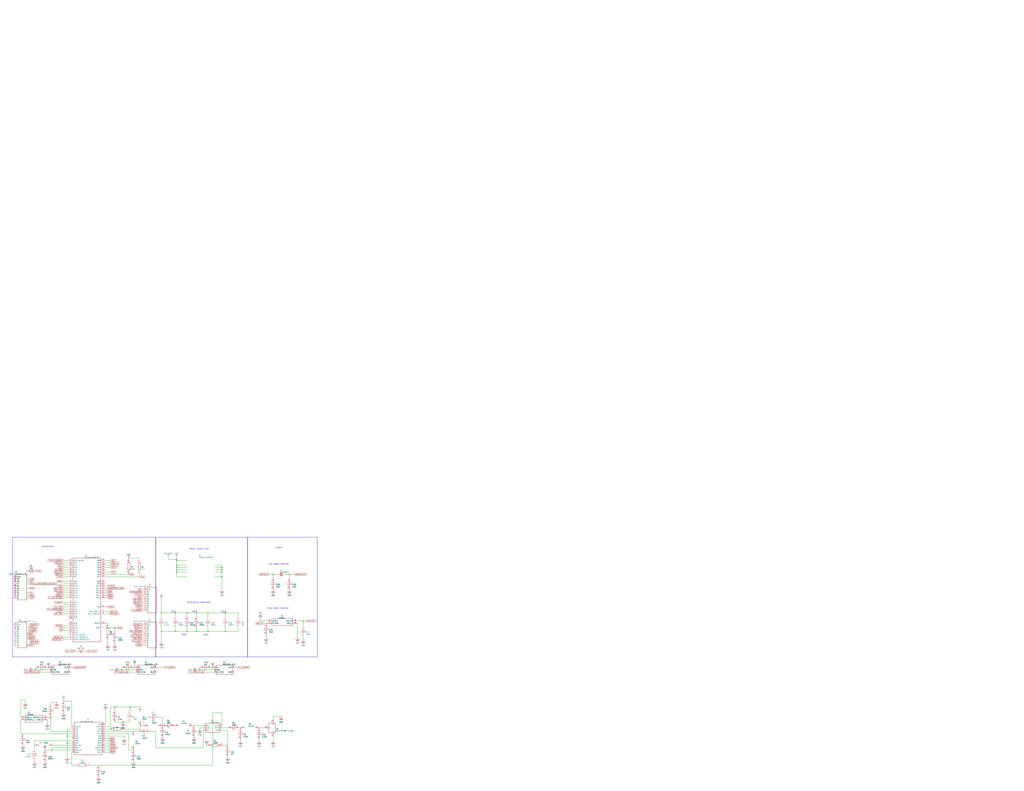
<source format=kicad_sch>
(kicad_sch (version 20211123) (generator eeschema)
  (paper "E")
  (junction (at 242.2067 629.8565))
  (junction (at 214.2667 669.2265))
  (junction (at 39.0067 731.4565))
  (junction (at 56.7867 819.0865))
  (junction (at 192.6767 622.2365))
  (junction (at 204.1067 669.2265))
  (junction (at 134.2567 788.6065))
  (junction (at 73.2967 811.4665))
  (junction (at 191.4067 689.5465))
  (junction (at 73.2967 803.8465))
  (junction (at 176.1667 689.5465))
  (junction (at 192.6767 612.0765))
  (junction (at 331.1067 678.1165))
  (junction (at 242.2067 624.7765))
  (junction (at 226.9667 669.2265))
  (junction (at 192.6767 617.1565))
  (junction (at 191.4067 669.2265))
  (junction (at 192.6767 610.8065))
  (junction (at 232.0467 728.9165))
  (junction (at 242.2067 619.6965))
  (junction (at 125.3667 685.7365))
  (junction (at 315.8667 627.3165))
  (junction (at 214.2667 689.5465))
  (junction (at 246.0167 669.2265))
  (junction (at 132.9867 731.4565))
  (junction (at 246.0167 689.5465))
  (junction (at 226.9667 689.5465))
  (junction (at 176.1667 669.2265))
  (junction (at 153.3067 792.4165))
  (junction (at 218.0767 731.4565))
  (junction (at 141.8767 772.0965))
  (junction (at 298.0867 627.3165))
  (junction (at 204.1067 689.5465))
  (junction (at 192.6767 619.6965))
  (junction (at 242.2067 622.2365))
  (junction (at 55.5167 783.5265))
  (junction (at 52.9767 728.9165))
  (junction (at 125.3667 772.0965))
  (junction (at 192.6767 624.7765))
  (junction (at 146.9567 728.9165))
  (wire (pts (xy 115.2067 791.1465) (xy 115.2067 775.9065)) (stroke (width 0.254)))
  (wire (pts (xy 204.1067 669.2265) (xy 214.2667 669.2265)) (stroke (width 0.254)))
  (wire (pts (xy 176.1667 685.7365) (xy 176.1667 689.5465)) (stroke (width 0.254)))
  (wire (pts (xy 192.6767 629.8565) (xy 192.6767 624.7765)) (stroke (width 0.254)))
  (wire (pts (xy 246.0167 685.7365) (xy 246.0167 689.5465)) (stroke (width 0.254)))
  (wire (pts (xy 73.2967 803.8465) (xy 73.2967 811.4665)) (stroke (width 0.254)))
  (wire (pts (xy 242.2067 629.8565) (xy 242.2067 643.8265)) (stroke (width 0.254)))
  (wire (pts (xy 259.9867 669.2265) (xy 246.0167 669.2265)) (stroke (width 0.254)))
  (wire (pts (xy 221.8867 794.9565) (xy 218.0767 794.9565)) (stroke (width 0.254)))
  (wire (pts (xy 51.7067 783.5265) (xy 55.5167 783.5265)) (stroke (width 0.254)))
  (wire (pts (xy 120.2867 772.0965) (xy 120.2867 793.6865)) (stroke (width 0.254)))
  (wire (pts (xy 204.1067 612.0765) (xy 192.6767 612.0765)) (stroke (width 0.254)))
  (wire (pts (xy 259.9867 673.0365) (xy 259.9867 669.2265)) (stroke (width 0.254)))
  (wire (pts (xy 69.4867 683.1965) (xy 74.5667 683.1965)) (stroke (width 0.254)))
  (wire (pts (xy 115.2067 629.8565) (xy 152.0367 629.8565)) (stroke (width 0.254)))
  (wire (pts (xy 234.5867 619.6965) (xy 242.2067 619.6965)) (stroke (width 0.254)))
  (wire (pts (xy 153.3067 796.2265) (xy 136.7967 796.2265)) (stroke (width 0.254)))
  (wire (pts (xy 115.2067 642.5565) (xy 116.4767 642.5565)) (stroke (width 0.254)))
  (wire (pts (xy 153.3067 792.4165) (xy 153.3067 796.2265)) (stroke (width 0.254)))
  (wire (pts (xy 204.1067 669.2265) (xy 204.1067 673.0365)) (stroke (width 0.254)))
  (wire (pts (xy 324.7567 678.1165) (xy 331.1067 678.1165)) (stroke (width 0.254)))
  (polyline (pts (xy 346.3467 586.6765) (xy 346.3467 717.4865)) (stroke (width 0.254) (type solid)))
  (wire (pts (xy 28.8467 642.5565) (xy 31.3867 642.5565)) (stroke (width 0.254)))
  (wire (pts (xy 315.8667 631.1265) (xy 315.8667 627.3165)) (stroke (width 0.254)))
  (wire (pts (xy 78.3767 765.7465) (xy 69.4867 765.7465)) (stroke (width 0.254)))
  (wire (pts (xy 204.1067 619.6965) (xy 192.6767 619.6965)) (stroke (width 0.254)))
  (wire (pts (xy 51.7067 789.8765) (xy 51.7067 786.0665)) (stroke (width 0.254)))
  (wire (pts (xy 115.2067 667.9565) (xy 119.0167 667.9565)) (stroke (width 0.254)))
  (wire (pts (xy 116.4767 650.1765) (xy 115.2067 650.1765)) (stroke (width 0.254)))
  (wire (pts (xy 74.5667 665.4165) (xy 69.4867 665.4165)) (stroke (width 0.254)))
  (wire (pts (xy 262.5267 794.9565) (xy 261.2567 794.9565)) (stroke (width 0.254)))
  (wire (pts (xy 176.1667 669.2265) (xy 176.1667 673.0365)) (stroke (width 0.254)))
  (wire (pts (xy 78.3767 793.6865) (xy 78.3767 765.7465)) (stroke (width 0.254)))
  (wire (pts (xy 204.1067 689.5465) (xy 204.1067 685.7365)) (stroke (width 0.254)))
  (wire (pts (xy 116.4767 645.0965) (xy 115.2067 645.0965)) (stroke (width 0.254)))
  (wire (pts (xy 298.0867 808.9265) (xy 298.0867 805.1165)) (stroke (width 0.254)))
  (wire (pts (xy 169.8167 816.5465) (xy 169.8167 798.7665)) (stroke (width 0.254)))
  (wire (pts (xy 31.3867 652.7165) (xy 28.8467 652.7165)) (stroke (width 0.254)))
  (polyline (pts (xy 169.8167 717.4865) (xy 169.8167 586.6765)) (stroke (width 0.254) (type solid)))
  (wire (pts (xy 22.4967 764.4765) (xy 27.5767 764.4765)) (stroke (width 0.254)))
  (polyline (pts (xy 270.1467 717.4865) (xy 346.3467 717.4865)) (stroke (width 0.254) (type solid)))
  (wire (pts (xy 69.4867 624.7765) (xy 74.5667 624.7765)) (stroke (width 0.254)))
  (wire (pts (xy 31.3867 650.1765) (xy 28.8467 650.1765)) (stroke (width 0.254)))
  (wire (pts (xy 204.1067 622.2365) (xy 192.6767 622.2365)) (stroke (width 0.254)))
  (wire (pts (xy 55.5167 798.7665) (xy 78.3767 798.7665)) (stroke (width 0.254)))
  (wire (pts (xy 183.7867 608.2665) (xy 183.7867 610.8065)) (stroke (width 0.254)))
  (wire (pts (xy 125.3667 772.0965) (xy 120.2867 772.0965)) (stroke (width 0.254)))
  (wire (pts (xy 287.9267 794.9565) (xy 282.8467 794.9565)) (stroke (width 0.254)))
  (wire (pts (xy 242.2067 624.7765) (xy 242.2067 629.8565)) (stroke (width 0.254)))
  (wire (pts (xy 113.9367 808.9265) (xy 119.0167 808.9265)) (stroke (width 0.254)))
  (wire (pts (xy 56.7867 819.0865) (xy 49.1667 819.0865)) (stroke (width 0.254)))
  (wire (pts (xy 242.2067 622.2365) (xy 242.2067 624.7765)) (stroke (width 0.254)))
  (wire (pts (xy 153.3067 772.0965) (xy 141.8767 772.0965)) (stroke (width 0.254)))
  (wire (pts (xy 115.2067 640.0165) (xy 116.4767 640.0165)) (stroke (width 0.254)))
  (wire (pts (xy 78.3767 811.4665) (xy 73.2967 811.4665)) (stroke (width 0.254)))
  (wire (pts (xy 78.3767 796.2265) (xy 73.2967 796.2265)) (stroke (width 0.254)))
  (wire (pts (xy 140.6067 819.0865) (xy 145.6867 819.0865)) (stroke (width 0.254)))
  (wire (pts (xy 134.2567 788.6065) (xy 125.3667 788.6065)) (stroke (width 0.254)))
  (wire (pts (xy 183.7867 610.8065) (xy 192.6767 610.8065)) (stroke (width 0.254)))
  (wire (pts (xy 221.8867 797.4965) (xy 221.8867 816.5465)) (stroke (width 0.254)))
  (wire (pts (xy 294.2767 627.3165) (xy 298.0867 627.3165)) (stroke (width 0.254)))
  (wire (pts (xy 22.4967 783.5265) (xy 22.4967 764.4765)) (stroke (width 0.254)))
  (wire (pts (xy 146.9567 728.9165) (xy 148.2267 728.9165)) (stroke (width 0.254)))
  (wire (pts (xy 192.6767 619.6965) (xy 192.6767 617.1565)) (stroke (width 0.254)))
  (wire (pts (xy 298.0867 782.2565) (xy 298.0867 784.7965)) (stroke (width 0.254)))
  (wire (pts (xy 69.4867 765.7465) (xy 69.4867 764.4765)) (stroke (width 0.254)))
  (wire (pts (xy 157.1167 783.5265) (xy 157.1167 792.4165)) (stroke (width 0.254)))
  (wire (pts (xy 233.3167 728.9165) (xy 232.0467 728.9165)) (stroke (width 0.254)))
  (wire (pts (xy 298.0867 627.3165) (xy 301.8967 627.3165)) (stroke (width 0.254)))
  (wire (pts (xy 224.4267 733.9965) (xy 233.3167 733.9965)) (stroke (width 0.254)))
  (wire (pts (xy 204.1067 617.1565) (xy 192.6767 617.1565)) (stroke (width 0.254)))
  (wire (pts (xy 52.9767 728.9165) (xy 51.7067 728.9165)) (stroke (width 0.254)))
  (wire (pts (xy 234.5867 617.1565) (xy 242.2067 617.1565)) (stroke (width 0.254)))
  (wire (pts (xy 74.5667 627.3165) (xy 69.4867 627.3165)) (stroke (width 0.254)))
  (wire (pts (xy 73.2967 811.4665) (xy 73.2967 826.7065)) (stroke (width 0.254)))
  (wire (pts (xy 120.2867 619.6965) (xy 115.2067 619.6965)) (stroke (width 0.254)))
  (wire (pts (xy 28.8467 647.6365) (xy 31.3867 647.6365)) (stroke (width 0.254)))
  (wire (pts (xy 191.4067 669.2265) (xy 204.1067 669.2265)) (stroke (width 0.254)))
  (wire (pts (xy 69.4867 662.8765) (xy 74.5667 662.8765)) (stroke (width 0.254)))
  (wire (pts (xy 69.4867 647.6365) (xy 74.5667 647.6365)) (stroke (width 0.254)))
  (wire (pts (xy 79.6467 728.9165) (xy 77.1067 728.9165)) (stroke (width 0.254)))
  (polyline (pts (xy 270.1467 586.6765) (xy 270.1467 717.4865)) (stroke (width 0.254) (type solid)))
  (wire (pts (xy 218.0767 731.4565) (xy 233.3167 731.4565)) (stroke (width 0.254)))
  (wire (pts (xy 242.2067 792.4165) (xy 242.2067 778.4465)) (stroke (width 0.254)))
  (wire (pts (xy 232.0467 728.9165) (xy 230.7767 728.9165)) (stroke (width 0.254)))
  (wire (pts (xy 331.1067 678.1165) (xy 331.1067 683.1965)) (stroke (width 0.254)))
  (wire (pts (xy 78.3767 808.9265) (xy 37.7367 808.9265)) (stroke (width 0.254)))
  (wire (pts (xy 125.3667 775.9065) (xy 125.3667 772.0965)) (stroke (width 0.254)))
  (wire (pts (xy 145.6867 728.9165) (xy 146.9567 728.9165)) (stroke (width 0.254)))
  (wire (pts (xy 242.2067 778.4465) (xy 232.0467 778.4465)) (stroke (width 0.254)))
  (wire (pts (xy 157.1167 792.4165) (xy 153.3067 792.4165)) (stroke (width 0.254)))
  (wire (pts (xy 113.9367 791.1465) (xy 115.2067 791.1465)) (stroke (width 0.254)))
  (wire (pts (xy 120.2867 793.6865) (xy 113.9367 793.6865)) (stroke (width 0.254)))
  (wire (pts (xy 73.2967 796.2265) (xy 73.2967 803.8465)) (stroke (width 0.254)))
  (wire (pts (xy 173.6267 783.5265) (xy 177.4367 783.5265)) (stroke (width 0.254)))
  (wire (pts (xy 246.0167 689.5465) (xy 226.9667 689.5465)) (stroke (width 0.254)))
  (wire (pts (xy 98.6967 835.5965) (xy 232.0467 835.5965)) (stroke (width 0.254)))
  (wire (pts (xy 113.9367 798.7665) (xy 150.7667 798.7665)) (stroke (width 0.254)))
  (wire (pts (xy 210.4567 792.4165) (xy 221.8867 792.4165)) (stroke (width 0.254)))
  (wire (pts (xy 242.2067 617.1565) (xy 242.2067 619.6965)) (stroke (width 0.254)))
  (wire (pts (xy 246.0167 673.0365) (xy 246.0167 669.2265)) (stroke (width 0.254)))
  (wire (pts (xy 119.0167 821.6265) (xy 113.9367 821.6265)) (stroke (width 0.254)))
  (wire (pts (xy 141.8767 772.0965) (xy 125.3667 772.0965)) (stroke (width 0.254)))
  (wire (pts (xy 22.4967 801.3065) (xy 78.3767 801.3065)) (stroke (width 0.254)))
  (wire (pts (xy 61.8667 767.0165) (xy 55.5167 767.0165)) (stroke (width 0.254)))
  (wire (pts (xy 242.2067 797.4965) (xy 248.5567 797.4965)) (stroke (width 0.254)))
  (wire (pts (xy 234.5867 622.2365) (xy 242.2067 622.2365)) (stroke (width 0.254)))
  (wire (pts (xy 262.5267 808.9265) (xy 262.5267 807.6565)) (stroke (width 0.254)))
  (wire (pts (xy 176.1667 653.9865) (xy 176.1667 669.2265)) (stroke (width 0.254)))
  (wire (pts (xy 115.2067 670.4965) (xy 119.0167 670.4965)) (stroke (width 0.254)))
  (wire (pts (xy 69.4867 685.7365) (xy 74.5667 685.7365)) (stroke (width 0.254)))
  (wire (pts (xy 78.3767 816.5465) (xy 56.7867 816.5465)) (stroke (width 0.254)))
  (wire (pts (xy 218.0767 794.9565) (xy 218.0767 796.2265)) (stroke (width 0.254)))
  (wire (pts (xy 324.7567 680.6565) (xy 324.7567 695.8965)) (stroke (width 0.254)))
  (wire (pts (xy 259.9867 685.7365) (xy 259.9867 689.5465)) (stroke (width 0.254)))
  (wire (pts (xy 113.9367 803.8465) (xy 135.5267 803.8465)) (stroke (width 0.254)))
  (wire (pts (xy 191.4067 689.5465) (xy 176.1667 689.5465)) (stroke (width 0.254)))
  (wire (pts (xy 55.5167 767.0165) (xy 55.5167 769.5565)) (stroke (width 0.254)))
  (wire (pts (xy 191.4067 669.2265) (xy 176.1667 669.2265)) (stroke (width 0.254)))
  (polyline (pts (xy 169.8167 586.6765) (xy 13.6067 586.6765)) (stroke (width 0.254) (type solid)))
  (wire (pts (xy 28.8467 632.3965) (xy 31.3867 632.3965)) (stroke (width 0.254)))
  (wire (pts (xy 191.4067 685.7365) (xy 191.4067 689.5465)) (stroke (width 0.254)))
  (wire (pts (xy 37.7367 808.9265) (xy 37.7367 817.8165)) (stroke (width 0.254)))
  (wire (pts (xy 232.0467 778.4465) (xy 232.0467 835.5965)) (stroke (width 0.254)))
  (wire (pts (xy 248.5567 814.0065) (xy 243.4767 814.0065)) (stroke (width 0.254)))
  (wire (pts (xy 78.3767 819.0865) (xy 56.7867 819.0865)) (stroke (width 0.254)))
  (wire (pts (xy 120.2867 617.1565) (xy 115.2067 617.1565)) (stroke (width 0.254)))
  (wire (pts (xy 234.5867 629.8565) (xy 242.2067 629.8565)) (stroke (width 0.254)))
  (wire (pts (xy 78.3767 814.0065) (xy 58.0567 814.0065)) (stroke (width 0.254)))
  (wire (pts (xy 116.4767 647.6365) (xy 115.2067 647.6365)) (stroke (width 0.254)))
  (wire (pts (xy 69.4867 619.6965) (xy 74.5667 619.6965)) (stroke (width 0.254)))
  (wire (pts (xy 192.6767 612.0765) (xy 192.6767 610.8065)) (stroke (width 0.254)))
  (wire (pts (xy 242.2067 619.6965) (xy 242.2067 622.2365)) (stroke (width 0.254)))
  (wire (pts (xy 315.8667 627.3165) (xy 312.0567 627.3165)) (stroke (width 0.254)))
  (wire (pts (xy 119.0167 819.0865) (xy 113.9367 819.0865)) (stroke (width 0.254)))
  (wire (pts (xy 125.3667 703.5165) (xy 125.3667 702.2465)) (stroke (width 0.254)))
  (wire (pts (xy 69.4867 640.0165) (xy 74.5667 640.0165)) (stroke (width 0.254)))
  (wire (pts (xy 119.0167 814.0065) (xy 113.9367 814.0065)) (stroke (width 0.254)))
  (wire (pts (xy 284.1167 678.1165) (xy 284.1167 675.5765)) (stroke (width 0.254)))
  (polyline (pts (xy 169.8167 586.6765) (xy 169.8167 717.4865)) (stroke (width 0.254) (type solid)))
  (wire (pts (xy 132.9867 728.9165) (xy 132.9867 731.4565)) (stroke (width 0.254)))
  (wire (pts (xy 242.2067 794.9565) (xy 248.5567 794.9565)) (stroke (width 0.254)))
  (polyline (pts (xy 346.3467 586.6765) (xy 270.1467 586.6765)) (stroke (width 0.254) (type solid)))
  (wire (pts (xy 27.5767 764.4765) (xy 27.5767 767.0165)) (stroke (width 0.254)))
  (wire (pts (xy 192.6767 624.7765) (xy 192.6767 622.2365)) (stroke (width 0.254)))
  (wire (pts (xy 125.3667 685.7365) (xy 115.2067 685.7365)) (stroke (width 0.254)))
  (wire (pts (xy 74.5667 642.5565) (xy 69.4867 642.5565)) (stroke (width 0.254)))
  (wire (pts (xy 119.0167 811.4665) (xy 113.9367 811.4665)) (stroke (width 0.254)))
  (wire (pts (xy 78.3767 821.6265) (xy 78.3767 835.5965)) (stroke (width 0.254)))
  (wire (pts (xy 69.4867 634.9365) (xy 74.5667 634.9365)) (stroke (width 0.254)))
  (wire (pts (xy 204.1067 624.7765) (xy 192.6767 624.7765)) (stroke (width 0.254)))
  (wire (pts (xy 31.3867 637.4765) (xy 69.4867 637.4765)) (stroke (width 0.0508)))
  (wire (pts (xy 192.6767 610.8065) (xy 192.6767 608.2665)) (stroke (width 0.254)))
  (wire (pts (xy 119.0167 806.3865) (xy 113.9367 806.3865)) (stroke (width 0.254)))
  (wire (pts (xy 69.4867 629.8565) (xy 74.5667 629.8565)) (stroke (width 0.254)))
  (wire (pts (xy 298.0867 631.1265) (xy 298.0867 627.3165)) (stroke (width 0.254)))
  (wire (pts (xy 69.4867 650.1765) (xy 74.5667 650.1765)) (stroke (width 0.254)))
  (wire (pts (xy 113.9367 796.2265) (xy 119.0167 796.2265)) (stroke (width 0.254)))
  (wire (pts (xy 36.4667 731.4565) (xy 39.0067 731.4565)) (stroke (width 0.254)))
  (wire (pts (xy 226.9667 685.7365) (xy 226.9667 689.5465)) (stroke (width 0.254)))
  (wire (pts (xy 214.2667 669.2265) (xy 214.2667 673.0365)) (stroke (width 0.254)))
  (wire (pts (xy 214.2667 685.7365) (xy 214.2667 689.5465)) (stroke (width 0.254)))
  (polyline (pts (xy 270.1467 586.6765) (xy 169.8167 586.6765)) (stroke (width 0.254) (type solid)))
  (wire (pts (xy 191.4067 689.5465) (xy 204.1067 689.5465)) (stroke (width 0.254)))
  (wire (pts (xy 141.8767 733.9965) (xy 148.2267 733.9965)) (stroke (width 0.254)))
  (wire (pts (xy 39.0067 728.9165) (xy 39.0067 731.4565)) (stroke (width 0.254)))
  (wire (pts (xy 69.4867 688.2765) (xy 74.5667 688.2765)) (stroke (width 0.254)))
  (wire (pts (xy 125.3667 689.5465) (xy 125.3667 685.7365)) (stroke (width 0.254)))
  (wire (pts (xy 141.8767 775.9065) (xy 141.8767 772.0965)) (stroke (width 0.254)))
  (wire (pts (xy 113.9367 801.3065) (xy 140.6067 801.3065)) (stroke (width 0.254)))
  (wire (pts (xy 74.5667 637.4765) (xy 69.4867 637.4765)) (stroke (width 0.254)))
  (wire (pts (xy 74.5667 645.0965) (xy 69.4867 645.0965)) (stroke (width 0.254)))
  (wire (pts (xy 176.1667 689.5465) (xy 176.1667 700.9765)) (stroke (width 0.254)))
  (wire (pts (xy 169.8167 798.7665) (xy 163.4667 798.7665)) (stroke (width 0.254)))
  (polyline (pts (xy 13.6067 717.4865) (xy 13.6067 586.6765)) (stroke (width 0.254) (type solid)))
  (wire (pts (xy 56.7867 816.5465) (xy 56.7867 819.0865)) (stroke (width 0.254)))
  (wire (pts (xy 320.9467 627.3165) (xy 315.8667 627.3165)) (stroke (width 0.254)))
  (wire (pts (xy 117.7467 703.5165) (xy 117.7467 698.4365)) (stroke (width 0.254)))
  (wire (pts (xy 331.1067 698.4365) (xy 331.1067 695.8965)) (stroke (width 0.254)))
  (wire (pts (xy 258.7167 728.9165) (xy 256.1767 728.9165)) (stroke (width 0.254)))
  (wire (pts (xy 204.1067 629.8565) (xy 192.6767 629.8565)) (stroke (width 0.254)))
  (wire (pts (xy 37.7367 830.5165) (xy 37.7367 831.7865)) (stroke (width 0.254)))
  (wire (pts (xy 115.2067 612.0765) (xy 120.2867 612.0765)) (stroke (width 0.254)))
  (wire (pts (xy 135.5267 803.8465) (xy 135.5267 806.3865)) (stroke (width 0.254)))
  (wire (pts (xy 22.4967 786.0665) (xy 22.4967 801.3065)) (stroke (width 0.254)))
  (wire (pts (xy 28.8467 634.9365) (xy 31.3867 634.9365)) (stroke (width 0.254)))
  (wire (pts (xy 28.8467 637.4765) (xy 31.3867 637.4765)) (stroke (width 0.254)))
  (polyline (pts (xy 270.1467 717.4865) (xy 270.1467 586.6765)) (stroke (width 0.254) (type solid)))
  (wire (pts (xy 69.4867 652.7165) (xy 74.5667 652.7165)) (stroke (width 0.254)))
  (wire (pts (xy 116.4767 652.7165) (xy 115.2067 652.7165)) (stroke (width 0.254)))
  (wire (pts (xy 54.2467 728.9165) (xy 52.9767 728.9165)) (stroke (width 0.254)))
  (wire (pts (xy 248.5567 797.4965) (xy 248.5567 814.0065)) (stroke (width 0.254)))
  (wire (pts (xy 306.9767 782.2565) (xy 298.0867 782.2565)) (stroke (width 0.254)))
  (wire (pts (xy 39.0067 731.4565) (xy 54.2467 731.4565)) (stroke (width 0.254)))
  (wire (pts (xy 132.9867 731.4565) (xy 148.2267 731.4565)) (stroke (width 0.254)))
  (wire (pts (xy 69.4867 695.8965) (xy 74.5667 695.8965)) (stroke (width 0.254)))
  (wire (pts (xy 152.0367 609.5365) (xy 140.6067 609.5365)) (stroke (width 0.254)))
  (wire (pts (xy 192.6767 617.1565) (xy 192.6767 612.0765)) (stroke (width 0.254)))
  (wire (pts (xy 218.0767 728.9165) (xy 218.0767 731.4565)) (stroke (width 0.254)))
  (wire (pts (xy 192.6767 622.2365) (xy 192.6767 619.6965)) (stroke (width 0.254)))
  (wire (pts (xy 126.6367 685.7365) (xy 125.3667 685.7365)) (stroke (width 0.254)))
  (wire (pts (xy 246.0167 669.2265) (xy 226.9667 669.2265)) (stroke (width 0.254)))
  (wire (pts (xy 226.9667 673.0365) (xy 226.9667 669.2265)) (stroke (width 0.254)))
  (wire (pts (xy 226.9667 689.5465) (xy 214.2667 689.5465)) (stroke (width 0.254)))
  (wire (pts (xy 119.0167 816.5465) (xy 113.9367 816.5465)) (stroke (width 0.254)))
  (wire (pts (xy 204.1067 689.5465) (xy 214.2667 689.5465)) (stroke (width 0.254)))
  (wire (pts (xy 69.4867 698.4365) (xy 74.5667 698.4365)) (stroke (width 0.254)))
  (wire (pts (xy 234.5867 624.7765) (xy 242.2067 624.7765)) (stroke (width 0.254)))
  (wire (pts (xy 74.5667 660.3365) (xy 69.4867 660.3365)) (stroke (width 0.254)))
  (wire (pts (xy 290.4667 695.8965) (xy 290.4667 693.3565)) (stroke (width 0.254)))
  (wire (pts (xy 69.4867 614.6165) (xy 74.5667 614.6165)) (stroke (width 0.254)))
  (wire (pts (xy 74.5667 670.4965) (xy 69.4867 670.4965)) (stroke (width 0.254)))
  (wire (pts (xy 160.9267 783.5265) (xy 157.1167 783.5265)) (stroke (width 0.254)))
  (wire (pts (xy 117.7467 680.6565) (xy 115.2067 680.6565)) (stroke (width 0.254)))
  (wire (pts (xy 141.8767 788.6065) (xy 134.2567 788.6065)) (stroke (width 0.254)))
  (wire (pts (xy 78.3767 803.8465) (xy 73.2967 803.8465)) (stroke (width 0.254)))
  (wire (pts (xy 130.4467 731.4565) (xy 132.9867 731.4565)) (stroke (width 0.254)))
  (wire (pts (xy 120.2867 614.6165) (xy 115.2067 614.6165)) (stroke (width 0.254)))
  (wire (pts (xy 191.4067 673.0365) (xy 191.4067 669.2265)) (stroke (width 0.254)))
  (wire (pts (xy 333.6467 678.1165) (xy 331.1067 678.1165)) (stroke (width 0.254)))
  (wire (pts (xy 69.4867 617.1565) (xy 74.5667 617.1565)) (stroke (width 0.254)))
  (wire (pts (xy 177.4367 783.5265) (xy 177.4367 792.4165)) (stroke (width 0.254)))
  (wire (pts (xy 146.9567 726.3765) (xy 146.9567 728.9165)) (stroke (width 0.254)))
  (wire (pts (xy 284.1167 678.1165) (xy 291.7367 678.1165)) (stroke (width 0.254)))
  (wire (pts (xy 282.8467 808.9265) (xy 282.8467 807.6565)) (stroke (width 0.254)))
  (wire (pts (xy 152.0367 629.8565) (xy 152.0367 627.3165)) (stroke (width 0.254)))
  (wire (pts (xy 69.4867 612.0765) (xy 74.5667 612.0765)) (stroke (width 0.254)))
  (wire (pts (xy 140.6067 801.3065) (xy 140.6067 819.0865)) (stroke (width 0.254)))
  (wire (pts (xy 55.5167 782.2565) (xy 55.5167 783.5265)) (stroke (width 0.254)))
  (wire (pts (xy 69.4867 622.2365) (xy 74.5667 622.2365)) (stroke (width 0.254)))
  (polyline (pts (xy 13.6067 717.4865) (xy 169.8167 717.4865)) (stroke (width 0.254) (type solid)))
  (wire (pts (xy 178.7067 728.9165) (xy 171.0867 728.9165)) (stroke (width 0.254)))
  (wire (pts (xy 259.9867 689.5465) (xy 246.0167 689.5465)) (stroke (width 0.254)))
  (wire (pts (xy 78.3767 835.5965) (xy 80.9167 835.5965)) (stroke (width 0.254)))
  (wire (pts (xy 226.9667 669.2265) (xy 214.2667 669.2265)) (stroke (width 0.254)))
  (wire (pts (xy 69.4867 657.7965) (xy 74.5667 657.7965)) (stroke (width 0.254)))
  (wire (pts (xy 69.4867 667.9565) (xy 74.5667 667.9565)) (stroke (width 0.254)))
  (wire (pts (xy 116.4767 662.8765) (xy 115.2067 662.8765)) (stroke (width 0.254)))
  (wire (pts (xy 115.2067 627.3165) (xy 140.6067 627.3165)) (stroke (width 0.254)))
  (wire (pts (xy 221.8867 816.5465) (xy 169.8167 816.5465)) (stroke (width 0.254)))
  (wire (pts (xy 287.9267 680.6565) (xy 291.7367 680.6565)) (stroke (width 0.254)))
  (wire (pts (xy 28.8467 623.5065) (xy 28.8467 629.8565)) (stroke (width 0.254)))
  (wire (pts (xy 120.2867 624.7765) (xy 115.2067 624.7765)) (stroke (width 0.254)))
  (wire (pts (xy 45.3567 733.9965) (xy 54.2467 733.9965)) (stroke (width 0.254)))
  (wire (pts (xy 55.5167 783.5265) (xy 55.5167 798.7665)) (stroke (width 0.254)))
  (polyline (pts (xy 169.8167 717.4865) (xy 270.1467 717.4865)) (stroke (width 0.254) (type solid)))
  (wire (pts (xy 215.5367 731.4565) (xy 218.0767 731.4565)) (stroke (width 0.254)))
  (text "Clocks" (at 300.6267 599.059 180) (effects (font (size 1.524 1.524)) (justify left bottom)))
  (text "Decoupling capacitors" (at 204.1067 658.749 180) (effects (font (size 1.524 1.524)) (justify left bottom)))
  (text "Low speed external" (at 293.0067 616.839 180) (effects (font (size 1.524 1.524)) (justify left bottom)))
  (text "VDD2" (at 197.7567 694.309 180) (effects (font (size 1.524 1.524)) (justify left bottom)))
  (text "Power supply pins" (at 206.6467 600.329 180) (effects (font (size 1.524 1.524)) (justify left bottom)))
  (text "Connexions" (at 45.3567 597.789 180) (effects (font (size 1.524 1.524)) (justify left bottom)))
  (text "VDD4" (at 221.8867 694.309 180) (effects (font (size 1.524 1.524)) (justify left bottom)))
  (text "High speed external" (at 291.7367 665.099 180) (effects (font (size 1.524 1.524)) (justify left bottom)))
  (text "VDD1" (at 186.3267 668.909 180) (effects (font (size 1.524 1.524)) (justify left bottom)))
  (text "VDD3" (at 209.1867 668.909 180) (effects (font (size 1.524 1.524)) (justify left bottom)))
  (text "VDDA" (at 240.9367 668.909 180) (effects (font (size 1.524 1.524)) (justify left bottom)))
  (global_label "NRST" (shape input) (at 36.9747 692.0865 180) (property "Intersheet References" "${INTERSHEET_REFS}" (effects hide)))
  (global_label "SOLAR_Z" (shape input) (at 155.8467 681.9265 180) (property "Intersheet References" "${INTERSHEET_REFS}" (effects hide)))
  (global_label "GND" (shape input) (at 31.3867 632.3965 0) (property "Intersheet References" "${INTERSHEET_REFS}" (effects hide)))
  (global_label "P/L2BURN_OBC" (shape input) (at 141.8767 733.9965 180) (property "Intersheet References" "${INTERSHEET_REFS}" (effects hide)))
  (global_label "SCL" (shape input) (at 31.3867 650.1765 0) (property "Intersheet References" "${INTERSHEET_REFS}" (effects hide)))
  (global_label "SCK" (shape input) (at 119.0167 808.9265 0) (property "Intersheet References" "${INTERSHEET_REFS}" (effects hide)))
  (global_label "MPPT_X" (shape input) (at 41.0387 684.4665 180) (property "Intersheet References" "${INTERSHEET_REFS}" (effects hide)))
  (global_label "MPPT_Y" (shape input) (at 155.8467 687.0065 180) (property "Intersheet References" "${INTERSHEET_REFS}" (effects hide)))
  (global_label "VCC_TEST1" (shape input) (at 93.6167 711.1365 0) (property "Intersheet References" "${INTERSHEET_REFS}" (effects hide)))
  (global_label "P/L2BURN" (shape input) (at 178.7067 728.9165 0) (property "Intersheet References" "${INTERSHEET_REFS}" (effects hide)))
  (global_label "PALE" (shape input) (at 155.8467 664.1465 180) (property "Intersheet References" "${INTERSHEET_REFS}" (effects hide)))
  (global_label "NRST" (shape input) (at 126.6367 685.7365 0) (property "Intersheet References" "${INTERSHEET_REFS}" (effects hide)))
  (global_label "ADC_PH1" (shape input) (at 155.8467 692.0865 180) (property "Intersheet References" "${INTERSHEET_REFS}" (effects hide)))
  (global_label "OSC32_OUT" (shape input) (at 320.9467 627.3165 0) (property "Intersheet References" "${INTERSHEET_REFS}" (effects hide)))
  (global_label "BURNCOMMS" (shape input) (at 79.6467 728.9165 0) (property "Intersheet References" "${INTERSHEET_REFS}" (effects hide)))
  (global_label "BURNCOMMS" (shape input) (at 155.8467 646.3665 180) (property "Intersheet References" "${INTERSHEET_REFS}" (effects hide)))
  (global_label "MPPT_Z" (shape input) (at 155.8467 684.4665 180) (property "Intersheet References" "${INTERSHEET_REFS}" (effects hide)))
  (global_label "FAULT" (shape input) (at 155.8467 702.2465 180) (property "Intersheet References" "${INTERSHEET_REFS}" (effects hide)))
  (global_label "NRESET" (shape input) (at 69.4867 683.1965 180) (property "Intersheet References" "${INTERSHEET_REFS}" (effects hide)))
  (global_label "FAULT" (shape input) (at 69.4867 667.9565 180) (property "Intersheet References" "${INTERSHEET_REFS}" (effects hide)))
  (global_label "OSC_IN" (shape input) (at 119.0167 667.9565 0) (property "Intersheet References" "${INTERSHEET_REFS}" (effects hide)))
  (global_label "SEL_PH1" (shape input) (at 155.8467 653.9865 180) (property "Intersheet References" "${INTERSHEET_REFS}" (effects hide)))
  (global_label "MPPT_Y" (shape input) (at 120.2867 614.6165 0) (property "Intersheet References" "${INTERSHEET_REFS}" (effects hide)))
  (global_label "BUSY" (shape input) (at 69.4867 634.9365 180) (property "Intersheet References" "${INTERSHEET_REFS}" (effects hide)))
  (global_label "SWDIO" (shape input) (at 69.4867 647.6365 180) (property "Intersheet References" "${INTERSHEET_REFS}" (effects hide)))
  (global_label "TX" (shape input) (at 31.3867 634.9365 0) (property "Intersheet References" "${INTERSHEET_REFS}" (effects hide)))
  (global_label "P/L_POWER" (shape input) (at 155.8467 694.6265 180) (property "Intersheet References" "${INTERSHEET_REFS}" (effects hide)))
  (global_label "PCLK" (shape input) (at 69.4867 617.1565 180) (property "Intersheet References" "${INTERSHEET_REFS}" (effects hide)))
  (global_label "SWCLK" (shape input) (at 39.0067 697.1665 180) (property "Intersheet References" "${INTERSHEET_REFS}" (effects hide)))
  (global_label "DIO1" (shape input) (at 69.4867 640.0165 180) (property "Intersheet References" "${INTERSHEET_REFS}" (effects hide)))
  (global_label "SDA" (shape input) (at 152.0367 629.8565 0) (property "Intersheet References" "${INTERSHEET_REFS}" (effects hide)))
  (global_label "VCC_TEST2" (shape input) (at 83.4567 711.1365 180) (property "Intersheet References" "${INTERSHEET_REFS}" (effects hide)))
  (global_label "SCL" (shape input) (at 140.6067 627.3165 0) (property "Intersheet References" "${INTERSHEET_REFS}" (effects hide)))
  (global_label "DIO1" (shape input) (at 119.0167 821.6265 0) (property "Intersheet References" "${INTERSHEET_REFS}" (effects hide)))
  (global_label "CHGOFF" (shape input) (at 69.4867 657.7965 180) (property "Intersheet References" "${INTERSHEET_REFS}" (effects hide)))
  (global_label "PFO" (shape input) (at 120.2867 624.7765 0) (property "Intersheet References" "${INTERSHEET_REFS}" (effects hide)))
  (global_label "SEL_PH2" (shape input) (at 155.8467 656.5265 180) (property "Intersheet References" "${INTERSHEET_REFS}" (effects hide)))
  (global_label "NSS" (shape input) (at 116.4767 645.0965 0) (property "Intersheet References" "${INTERSHEET_REFS}" (effects hide)))
  (global_label "ADC_PH1" (shape input) (at 69.4867 670.4965 180) (property "Intersheet References" "${INTERSHEET_REFS}" (effects hide)))
  (global_label "OSC_OUT" (shape input) (at 119.0167 670.4965 0) (property "Intersheet References" "${INTERSHEET_REFS}" (effects hide)))
  (global_label "SDA" (shape input) (at 31.3867 652.7165 0) (property "Intersheet References" "${INTERSHEET_REFS}" (effects hide)))
  (global_label "HEATER" (shape input) (at 155.8467 648.9065 180) (property "Intersheet References" "${INTERSHEET_REFS}" (effects hide)))
  (global_label "VCC" (shape input) (at 39.0067 623.5065 0) (property "Intersheet References" "${INTERSHEET_REFS}" (effects hide)))
  (global_label "PFO" (shape input) (at 31.3867 642.5565 0) (property "Intersheet References" "${INTERSHEET_REFS}" (effects hide)))
  (global_label "CHGOFF" (shape input) (at 41.0387 689.5465 180) (property "Intersheet References" "${INTERSHEET_REFS}" (effects hide)))
  (global_label "BURNCOMMS_OBC" (shape input) (at 116.4767 642.5565 0) (property "Intersheet References" "${INTERSHEET_REFS}" (effects hide)))
  (global_label "OSC32_IN" (shape input) (at 294.2767 627.3165 180) (property "Intersheet References" "${INTERSHEET_REFS}" (effects hide)))
  (global_label "HEATER" (shape input) (at 116.4767 640.0165 0) (property "Intersheet References" "${INTERSHEET_REFS}" (effects hide)))
  (global_label "MISO" (shape input) (at 116.4767 650.1765 0) (property "Intersheet References" "${INTERSHEET_REFS}" (effects hide)))
  (global_label "P/L2BURN" (shape input) (at 155.8467 666.6865 180) (property "Intersheet References" "${INTERSHEET_REFS}" (effects hide)))
  (global_label "P/L2BURN_OBC" (shape input) (at 69.4867 652.7165 180) (property "Intersheet References" "${INTERSHEET_REFS}" (effects hide)))
  (global_label "TOTAL_CURRENT" (shape input) (at 69.4867 612.0765 180) (property "Intersheet References" "${INTERSHEET_REFS}" (effects hide)))
  (global_label "PDATA" (shape input) (at 116.4767 662.8765 0) (property "Intersheet References" "${INTERSHEET_REFS}" (effects hide)))
  (global_label "VCC_TEST1" (shape input) (at 155.8467 699.7065 180) (property "Intersheet References" "${INTERSHEET_REFS}" (effects hide)))
  (global_label "P/L_POWER" (shape input) (at 258.7167 728.9165 0) (property "Intersheet References" "${INTERSHEET_REFS}" (effects hide)))
  (global_label "RX" (shape input) (at 31.3867 647.6365 0) (property "Intersheet References" "${INTERSHEET_REFS}" (effects hide)))
  (global_label "NSS" (shape input) (at 119.0167 806.3865 0) (property "Intersheet References" "${INTERSHEET_REFS}" (effects hide)))
  (global_label "CLPROG" (shape input) (at 69.4867 622.2365 180) (property "Intersheet References" "${INTERSHEET_REFS}" (effects hide)))
  (global_label "DAC_PL2" (shape input) (at 69.4867 624.7765 180) (property "Intersheet References" "${INTERSHEET_REFS}" (effects hide)))
  (global_label "DAC_PL2" (shape input) (at 43.0707 699.7065 180) (property "Intersheet References" "${INTERSHEET_REFS}" (effects hide)))
  (global_label "RST" (shape input) (at 155.8467 643.8265 180) (property "Intersheet References" "${INTERSHEET_REFS}" (effects hide)))
  (global_label "MOSI" (shape input) (at 119.0167 811.4665 0) (property "Intersheet References" "${INTERSHEET_REFS}" (effects hide)))
  (global_label "PDATA" (shape input) (at 155.8467 661.6065 180) (property "Intersheet References" "${INTERSHEET_REFS}" (effects hide)))
  (global_label "SEL" (shape input) (at 155.8467 651.4465 180) (property "Intersheet References" "${INTERSHEET_REFS}" (effects hide)))
  (global_label "RST" (shape input) (at 120.2867 612.0765 0) (property "Intersheet References" "${INTERSHEET_REFS}" (effects hide)))
  (global_label "SEL_PH3" (shape input) (at 155.8467 697.1665 180) (property "Intersheet References" "${INTERSHEET_REFS}" (effects hide)))
  (global_label "SCK" (shape input) (at 116.4767 647.6365 0) (property "Intersheet References" "${INTERSHEET_REFS}" (effects hide)))
  (global_label "SEL_PH1" (shape input) (at 69.4867 642.5565 180) (property "Intersheet References" "${INTERSHEET_REFS}" (effects hide)))
  (global_label "NRESET" (shape input) (at 119.0167 816.5465 0) (property "Intersheet References" "${INTERSHEET_REFS}" (effects hide)))
  (global_label "SEL_PH2" (shape input) (at 69.4867 645.0965 180) (property "Intersheet References" "${INTERSHEET_REFS}" (effects hide)))
  (global_label "TX" (shape input) (at 69.4867 685.7365 180) (property "Intersheet References" "${INTERSHEET_REFS}" (effects hide)))
  (global_label "RST_DRIVERS" (shape input) (at 47.1347 637.4765 0) (property "Intersheet References" "${INTERSHEET_REFS}" (effects hide)))
  (global_label "CHRG" (shape input) (at 155.8467 704.7865 180) (property "Intersheet References" "${INTERSHEET_REFS}" (effects hide)))
  (global_label "OSC32_IN" (shape input) (at 69.4867 695.8965 180) (property "Intersheet References" "${INTERSHEET_REFS}" (effects hide)))
  (global_label "MPPT_X" (shape input) (at 69.4867 627.3165 180) (property "Intersheet References" "${INTERSHEET_REFS}" (effects hide)))
  (global_label "RST_DRIVERS" (shape input) (at 155.8467 689.5465 180) (property "Intersheet References" "${INTERSHEET_REFS}" (effects hide)))
  (global_label "MOSI" (shape input) (at 116.4767 652.7165 0) (property "Intersheet References" "${INTERSHEET_REFS}" (effects hide)))
  (global_label "MISO" (shape input) (at 119.0167 814.0065 0) (property "Intersheet References" "${INTERSHEET_REFS}" (effects hide)))
  (global_label "SOLAR_X" (shape input) (at 43.0707 681.9265 180) (property "Intersheet References" "${INTERSHEET_REFS}" (effects hide)))
  (global_label "TOTAL_CURRENT" (shape input) (at 31.3867 637.4765 0) (property "Intersheet References" "${INTERSHEET_REFS}" (effects hide)))
  (global_label "PCLK" (shape input) (at 36.9747 704.7865 180) (property "Intersheet References" "${INTERSHEET_REFS}" (effects hide)))
  (global_label "OSC32_OUT" (shape input) (at 69.4867 698.4365 180) (property "Intersheet References" "${INTERSHEET_REFS}" (effects hide)))
  (global_label "OSC_IN" (shape input) (at 287.9267 680.6565 180) (property "Intersheet References" "${INTERSHEET_REFS}" (effects hide)))
  (global_label "SEL_PH3" (shape input) (at 69.4867 662.8765 180) (property "Intersheet References" "${INTERSHEET_REFS}" (effects hide)))
  (global_label "PALE" (shape input) (at 120.2867 619.6965 0) (property "Intersheet References" "${INTERSHEET_REFS}" (effects hide)))
  (global_label "BURNCOMMS_OBC" (shape input) (at 45.3567 733.9965 180) (property "Intersheet References" "${INTERSHEET_REFS}" (effects hide)))
  (global_label "SEL" (shape input) (at 69.4867 619.6965 180) (property "Intersheet References" "${INTERSHEET_REFS}" (effects hide)))
  (global_label "P/L_POWER_OBC" (shape input) (at 69.4867 665.4165 180) (property "Intersheet References" "${INTERSHEET_REFS}" (effects hide)))
  (global_label "MPPT_Z" (shape input) (at 120.2867 617.1565 0) (property "Intersheet References" "${INTERSHEET_REFS}" (effects hide)))
  (global_label "CLPROG" (shape input) (at 41.0387 687.0065 180) (property "Intersheet References" "${INTERSHEET_REFS}" (effects hide)))
  (global_label "BUSY" (shape input) (at 119.0167 819.0865 0) (property "Intersheet References" "${INTERSHEET_REFS}" (effects hide)))
  (global_label "ADC_PL2" (shape input) (at 43.0707 702.2465 180) (property "Intersheet References" "${INTERSHEET_REFS}" (effects hide)))
  (global_label "OSC_OUT" (shape input) (at 333.6467 678.1165 0) (property "Intersheet References" "${INTERSHEET_REFS}" (effects hide)))
  (global_label "SWDIO" (shape input) (at 39.0067 694.6265 180) (property "Intersheet References" "${INTERSHEET_REFS}" (effects hide)))
  (global_label "ADC_PL2" (shape input) (at 69.4867 614.6165 180) (property "Intersheet References" "${INTERSHEET_REFS}" (effects hide)))
  (global_label "P/L_POWER_OBC" (shape input) (at 224.4267 733.9965 180) (property "Intersheet References" "${INTERSHEET_REFS}" (effects hide)))
  (global_label "CHRG" (shape input) (at 69.4867 629.8565 180) (property "Intersheet References" "${INTERSHEET_REFS}" (effects hide)))
  (global_label "SWCLK" (shape input) (at 69.4867 650.1765 180) (property "Intersheet References" "${INTERSHEET_REFS}" (effects hide)))
  (global_label "SOLAR_Y" (shape input) (at 155.8467 659.0665 180) (property "Intersheet References" "${INTERSHEET_REFS}" (effects hide)))
  (global_label "RX" (shape input) (at 69.4867 688.2765 180) (property "Intersheet References" "${INTERSHEET_REFS}" (effects hide)))
  (symbol (lib_id "COMMS-altium-import:0_15uH") (at 47.6427 813.4985 0) (unit 1)
    (property "Reference" "L7" (at 42.7685 811.8086 0) (effects (justify left bottom)))
    (property "Value" "15uH" (at 47.6046 811.8086 0) (effects (justify left bottom)))
    (property "Footprint" "INDC2012X145N" (effects hide))
    (property "CONTRIBUTOR" "danielCOMMS" (effects hide))
    (property "SPICEPRE" "L" (effects hide))
    (property "SPICESYMBOLNAME" "LQM21DN150M70L" (effects hide))
  )
  (symbol (lib_id "COMMS-altium-import:GND") (at 248.5567 826.7065 0) (unit 1)
    (property "Reference" "#PWR?" (effects hide))
    (property "Value" "GND" (at 248.5567 833.0565 0))
  )
  (symbol (lib_id "COMMS-altium-import:0_39pF") (at 183.5327 792.4165 0) (unit 1)
    (property "Reference" "C6" (at 182.1357 787.5694 0) (effects (justify left bottom)))
    (property "Value" "39pF" (at 181.8817 789.8554 0) (effects (justify left bottom)))
    (property "Footprint" "CAPC1005X55N" (effects hide))
    (property "CONTRIBUTOR" "danielCOMMS" (effects hide))
    (property "SPICEPRE" "C" (effects hide))
    (property "SPICESYMBOLNAME" "GRM1555C1H390JA01D" (effects hide))
  )
  (symbol (lib_id "COMMS-altium-import:3_15nH") (at 146.1947 808.6725 0) (unit 1)
    (property "Reference" "L6" (at 147.4139 810.4929 0) (effects (justify left bottom)))
    (property "Value" "15nH" (at 147.4139 812.7789 0) (effects (justify left bottom)))
    (property "Footprint" "LQW15CNR20J00B" (effects hide))
    (property "CONTRIBUTOR" "danielCOMMS" (effects hide))
    (property "SPICEPRE" "L" (effects hide))
    (property "SPICESYMBOLNAME" "LQW15AN15NH00D" (effects hide))
  )
  (symbol (lib_id "COMMS-altium-import:0_BD2232G-GTR") (at 65.6767 731.4565 0) (unit 1)
    (property "Reference" "U7" (at 64.135 723.9602 0) (effects (justify left bottom)))
    (property "Value" "BD2232G-GTR" (at 63.9521 726.2817 0) (effects (justify left bottom)))
    (property "Footprint" "SSOP-5_L3.0-W1.6-P0.95-LS2.8-TL" (effects hide))
    (property "BOM_SUPPLIER" "LCSC" (effects hide))
    (property "BOM_SUPPLIER PART" "C308588" (effects hide))
    (property "BOM_MANUFACTURER" "ROHM Semicon" (effects hide))
    (property "BOM_MANUFACTURER PART" "BD2232G-GTR" (effects hide))
    (property "CONTRIBUTOR" "LCSC" (effects hide))
    (property "BOM_JLCPCB PART CLASS" "Extended Part" (effects hide))
    (property "SPICEPRE" "U" (effects hide))
    (property "SPICESYMBOLNAME" "BD2232G-GTR" (effects hide))
  )
  (symbol (lib_id "COMMS-altium-import:2_SLW-110-01-T-S") (at 21.4807 641.5405 0) (unit 1)
    (property "Reference" "J1" (at 16.1467 625.0627 0) (effects (justify left bottom)))
    (property "Value" "SLW-110-01-T-S" (at 10.16 627.6027 0) (effects (justify left bottom)))
    (property "Footprint" "SLW-110-01-X-S" (effects hide))
    (property "CONTRIBUTOR" "Hans Stahl" (effects hide))
    (property "SPICEPRE" "J" (effects hide))
    (property "SPICESYMBOLNAME" "SLW-110-01-T-S" (effects hide))
  )
  (symbol (lib_id "COMMS-altium-import:GND") (at 282.8467 808.9265 0) (unit 1)
    (property "Reference" "#PWR?" (effects hide))
    (property "Value" "GND" (at 282.8467 815.2765 0))
  )
  (symbol (lib_id "COMMS-altium-import:3_4.7k") (at 140.6067 618.1725 0) (unit 1)
    (property "Reference" "R7" (at 142.6387 619.9294 0) (effects (justify left bottom)))
    (property "Value" "4.7k" (at 142.3847 622.2154 0) (effects (justify left bottom)))
    (property "Footprint" "RESC1608X55N" (effects hide))
    (property "CONTRIBUTOR" "danielCOMMS" (effects hide))
    (property "SPICEPRE" "R" (effects hide))
    (property "SPICESYMBOLNAME" "CRCW06034K70JNEAC" (effects hide))
  )
  (symbol (lib_id "COMMS-altium-import:0_STM32L162RET6") (at 94.8867 655.2565 0) (unit 1)
    (property "Reference" "U1" (at 92.2396 607.2016 0) (effects (justify left bottom)))
    (property "Value" "STM32L162RET6" (at 92.2396 609.5154 0) (effects (justify left bottom)))
    (property "Footprint" "STM-LQFP64" (effects hide))
    (property "SUBPART_NO" "1" (effects hide))
    (property "SPICEPRE" "U" (effects hide))
    (property "SPICESYMBOLNAME" "STM32L162RET6" (effects hide))
  )
  (symbol (lib_id "COMMS-altium-import:0_1uF") (at 139.0827 728.9165 0) (unit 1)
    (property "Reference" "C44" (at 137.6857 724.0694 0) (effects (justify left bottom)))
    (property "Value" "1uF" (at 137.4317 726.3554 0) (effects (justify left bottom)))
    (property "Footprint" "CAPC1608X90N" (effects hide))
    (property "CONTRIBUTOR" "danielCOMMS" (effects hide))
    (property "SPICEPRE" "C" (effects hide))
    (property "SPICESYMBOLNAME" "06033D105KAT2A" (effects hide))
  )
  (symbol (lib_id "COMMS-altium-import:3_100nF") (at 125.3667 695.6425 0) (unit 1)
    (property "Reference" "C42" (at 128.6687 697.3994 0) (effects (justify left bottom)))
    (property "Value" "100nF" (at 128.4147 699.6854 0) (effects (justify left bottom)))
    (property "Footprint" "CAPC1608X90N" (effects hide))
    (property "CONTRIBUTOR" "danielCOMMS" (effects hide))
    (property "SPICEPRE" "C" (effects hide))
    (property "SPICESYMBOLNAME" "GRM188R72A104KA35J" (effects hide))
  )
  (symbol (lib_id "COMMS-altium-import:0_BD2232G-GTR") (at 159.6567 731.4565 0) (unit 1)
    (property "Reference" "U4" (at 158.115 723.9602 0) (effects (justify left bottom)))
    (property "Value" "BD2232G-GTR" (at 157.9321 726.2817 0) (effects (justify left bottom)))
    (property "Footprint" "SSOP-5_L3.0-W1.6-P0.95-LS2.8-TL" (effects hide))
    (property "BOM_SUPPLIER" "LCSC" (effects hide))
    (property "BOM_SUPPLIER PART" "C308588" (effects hide))
    (property "BOM_MANUFACTURER" "ROHM Semicon" (effects hide))
    (property "BOM_MANUFACTURER PART" "BD2232G-GTR" (effects hide))
    (property "CONTRIBUTOR" "LCSC" (effects hide))
    (property "BOM_JLCPCB PART CLASS" "Extended Part" (effects hide))
    (property "SPICEPRE" "U" (effects hide))
    (property "SPICESYMBOLNAME" "BD2232G-GTR" (effects hide))
  )
  (symbol (lib_id "COMMS-altium-import:VCC") (at 192.6767 608.2665 180) (unit 1)
    (property "Reference" "#PWR?" (effects hide))
    (property "Value" "VCC" (at 192.6767 604.4565 0))
  )
  (symbol (lib_id "COMMS-altium-import:3_1nF") (at 248.5567 820.1025 0) (unit 1)
    (property "Reference" "C14" (at 251.8079 822.0118 0) (effects (justify left bottom)))
    (property "Value" "1nF" (at 251.6047 824.1962 0) (effects (justify left bottom)))
    (property "Footprint" "CAPC1608X90N" (effects hide))
    (property "CONTRIBUTOR" "danielCOMMS" (effects hide))
    (property "SPICEPRE" "C" (effects hide))
    (property "SPICESYMBOLNAME" "0603ZD102KAT2A" (effects hide))
  )
  (symbol (lib_id "COMMS-altium-import:3_47pF") (at 141.8767 782.0025 0) (unit 1)
    (property "Reference" "C2" (at 144.9247 783.8432 0) (effects (justify left bottom)))
    (property "Value" "47pF" (at 144.9247 786.0937 0) (effects (justify left bottom)))
    (property "Footprint" "CAPC1005X55N" (effects hide))
    (property "CONTRIBUTOR" "danielCOMMS" (effects hide))
    (property "SPICEPRE" "C" (effects hide))
    (property "SPICESYMBOLNAME" "GRM1555C1H470FA01D" (effects hide))
  )
  (symbol (lib_id "COMMS-altium-import:GND") (at 218.0767 796.2265 0) (unit 1)
    (property "Reference" "#PWR?" (effects hide))
    (property "Value" "GND" (at 218.0767 802.5765 0))
  )
  (symbol (lib_id "COMMS-altium-import:VCC_TEST2") (at 183.7867 608.2665 180) (unit 1)
    (property "Reference" "#PWR?" (effects hide))
    (property "Value" "VCC_TEST2" (at 183.7867 604.4565 0))
  )
  (symbol (lib_id "COMMS-altium-import:GND") (at 315.8667 643.8265 0) (unit 1)
    (property "Reference" "#PWR?" (effects hide))
    (property "Value" "GND" (at 315.8667 650.1765 0))
  )
  (symbol (lib_id "COMMS-altium-import:3_100nF") (at 49.1667 825.1825 0) (unit 1)
    (property "Reference" "C18" (at 52.4179 827.0918 0) (effects (justify left bottom)))
    (property "Value" "100nF" (at 52.2147 829.2762 0) (effects (justify left bottom)))
    (property "Footprint" "CAPC1608X90N" (effects hide))
    (property "CONTRIBUTOR" "danielCOMMS" (effects hide))
    (property "SPICEPRE" "C" (effects hide))
    (property "SPICESYMBOLNAME" "GRM188R72A104KA35J" (effects hide))
  )
  (symbol (lib_id "COMMS-altium-import:0_BD2232G-GTR") (at 244.7467 731.4565 0) (unit 1)
    (property "Reference" "U3" (at 243.205 723.9602 0) (effects (justify left bottom)))
    (property "Value" "BD2232G-GTR" (at 243.0221 726.2817 0) (effects (justify left bottom)))
    (property "Footprint" "SSOP-5_L3.0-W1.6-P0.95-LS2.8-TL" (effects hide))
    (property "BOM_SUPPLIER" "LCSC" (effects hide))
    (property "BOM_SUPPLIER PART" "C308588" (effects hide))
    (property "BOM_MANUFACTURER" "ROHM Semicon" (effects hide))
    (property "BOM_MANUFACTURER PART" "BD2232G-GTR" (effects hide))
    (property "CONTRIBUTOR" "LCSC" (effects hide))
    (property "BOM_JLCPCB PART CLASS" "Extended Part" (effects hide))
    (property "SPICEPRE" "U" (effects hide))
    (property "SPICESYMBOLNAME" "BD2232G-GTR" (effects hide))
  )
  (symbol (lib_id "COMMS-altium-import:0_STM32L162RET6") (at 219.3467 620.9665 0) (unit 2)
    (property "Reference" "U1" (at 216.8444 607.2016 0) (effects (justify left bottom)))
    (property "Value" "STM32L162RET6" (at 216.8424 609.5154 0) (effects (justify left bottom)))
    (property "Footprint" "STM-LQFP64" (effects hide))
    (property "SUBPART_NO" "1" (effects hide))
    (property "SPICEPRE" "U" (effects hide))
    (property "SPICESYMBOLNAME" "STM32L162RET6" (effects hide))
  )
  (symbol (lib_id "COMMS-altium-import:GND") (at 145.6867 831.7865 0) (unit 1)
    (property "Reference" "#PWR?" (effects hide))
    (property "Value" "GND" (at 145.6867 838.1365 0))
  )
  (symbol (lib_id "COMMS-altium-import:GND") (at 324.7567 695.8965 0) (unit 1)
    (property "Reference" "#PWR?" (effects hide))
    (property "Value" "GND" (at 324.7567 702.2465 0))
  )
  (symbol (lib_id "COMMS-altium-import:GND") (at 107.5867 848.2965 0) (unit 1)
    (property "Reference" "#PWR?" (effects hide))
    (property "Value" "GND" (at 107.5867 854.6465 0))
  )
  (symbol (lib_id "COMMS-altium-import:GND") (at 284.1167 675.5765 180) (unit 1)
    (property "Reference" "#PWR?" (effects hide))
    (property "Value" "GND" (at 284.1167 669.2265 0))
  )
  (symbol (lib_id "COMMS-altium-import:0_RFswitch") (at 232.0467 794.9565 0) (unit 1)
    (property "Reference" "U5" (at 230.4161 787.3992 0) (effects (justify left bottom)))
    (property "Value" "RFswitch" (at 230.1214 789.7716 0) (effects (justify left bottom)))
    (property "Footprint" "TSNP-6_L1.1-W0.7-P0.40-BR" (effects hide))
    (property "BOM_SUPPLIER" "LCSC" (effects hide))
    (property "BOM_SUPPLIER PART" "C1854968" (effects hide))
    (property "BOM_MANUFACTURER" "Infineon(英飞凌)" (effects hide))
    (property "BOM_MANUFACTURER PART" "BGS12WN6E6327XTSA1" (effects hide))
    (property "CONTRIBUTOR" "LCSC" (effects hide))
    (property "BOM_JLCPCB PART CLASS" "Extended Part" (effects hide))
    (property "SPICEPRE" "U" (effects hide))
    (property "SPICESYMBOLNAME" "BGS12WN6E6327XTSA1" (effects hide))
  )
  (symbol (lib_id "COMMS-altium-import:GND") (at 211.7267 805.1165 0) (unit 1)
    (property "Reference" "#PWR?" (effects hide))
    (property "Value" "GND" (at 211.7267 811.4665 0))
  )
  (symbol (lib_id "COMMS-altium-import:VCC") (at 69.4867 764.4765 180) (unit 1)
    (property "Reference" "#PWR?" (effects hide))
    (property "Value" "VCC" (at 69.4867 760.6665 0))
  )
  (symbol (lib_id "COMMS-altium-import:GND") (at 331.1067 698.4365 0) (unit 1)
    (property "Reference" "#PWR?" (effects hide))
    (property "Value" "GND" (at 331.1067 704.7865 0))
  )
  (symbol (lib_id "COMMS-altium-import:GND") (at 25.0367 814.0065 0) (unit 1)
    (property "Reference" "#PWR?" (effects hide))
    (property "Value" "GND" (at 25.0367 820.3565 0))
  )
  (symbol (lib_id "COMMS-altium-import:3_470nF") (at 37.7367 823.9125 0) (unit 1)
    (property "Reference" "C17" (at 30.2183 824.5518 0) (effects (justify left bottom)))
    (property "Value" "470nF" (at 27.7291 827.0918 0) (effects (justify left bottom)))
    (property "Footprint" "CAPC1608X90N" (effects hide))
    (property "CONTRIBUTOR" "danielCOMMS" (effects hide))
    (property "SPICEPRE" "C" (effects hide))
    (property "SPICESYMBOLNAME" "0603YD474KAT2A" (effects hide))
  )
  (symbol (lib_id "COMMS-altium-import:3_20pF") (at 290.4667 686.7525 0) (unit 1)
    (property "Reference" "C40" (at 293.5147 688.5729 0) (effects (justify left bottom)))
    (property "Value" "20pF" (at 293.5147 690.8589 0) (effects (justify left bottom)))
    (property "Footprint" "CAPC1608X90N" (effects hide))
    (property "CONTRIBUTOR" "danielCOMMS" (effects hide))
    (property "SPICEPRE" "C" (effects hide))
    (property "SPICESYMBOLNAME" "GRM1885C2A200JA01D" (effects hide))
  )
  (symbol (lib_id "COMMS-altium-import:3_10pF") (at 25.0367 807.4025 0) (unit 1)
    (property "Reference" "C27" (at 28.2879 809.3118 0) (effects (justify left bottom)))
    (property "Value" "10pF" (at 28.0847 811.4962 0) (effects (justify left bottom)))
    (property "Footprint" "CAPC1608X90N" (effects hide))
    (property "CONTRIBUTOR" "danielCOMMS" (effects hide))
    (property "SPICEPRE" "C" (effects hide))
    (property "SPICESYMBOLNAME" "06035A100GAT2A" (effects hide))
  )
  (symbol (lib_id "COMMS-altium-import:3_4.7uF") (at 176.1667 679.1325 0) (unit 1)
    (property "Reference" "C31" (at 179.4687 680.8894 0) (effects (justify left bottom)))
    (property "Value" "4.7uF" (at 179.2147 683.1754 0) (effects (justify left bottom)))
    (property "Footprint" "CAPC1608X90N" (effects hide))
    (property "CONTRIBUTOR" "danielCOMMS" (effects hide))
    (property "SPICEPRE" "C" (effects hide))
    (property "SPICESYMBOLNAME" "GRT188R61E475KE13D" (effects hide))
  )
  (symbol (lib_id "COMMS-altium-import:3_20pF") (at 331.1067 689.2925 0) (unit 1)
    (property "Reference" "C41" (at 334.1547 691.1129 0) (effects (justify left bottom)))
    (property "Value" "20pF" (at 334.1547 693.3989 0) (effects (justify left bottom)))
    (property "Footprint" "CAPC1608X90N" (effects hide))
    (property "CONTRIBUTOR" "danielCOMMS" (effects hide))
    (property "SPICEPRE" "C" (effects hide))
    (property "SPICESYMBOLNAME" "GRM1885C2A200JA01D" (effects hide))
  )
  (symbol (lib_id "COMMS-altium-import:3_1nF") (at 107.5867 841.6925 0) (unit 1)
    (property "Reference" "C15" (at 110.8379 843.6018 0) (effects (justify left bottom)))
    (property "Value" "1nF" (at 110.6347 845.7862 0) (effects (justify left bottom)))
    (property "Footprint" "CAPC1608X90N" (effects hide))
    (property "CONTRIBUTOR" "danielCOMMS" (effects hide))
    (property "SPICEPRE" "C" (effects hide))
    (property "SPICESYMBOLNAME" "0603ZD102KAT2A" (effects hide))
  )
  (symbol (lib_id "COMMS-altium-import:GND") (at 115.2067 775.9065 180) (unit 1)
    (property "Reference" "#PWR?" (effects hide))
    (property "Value" "GND" (at 115.2067 769.5565 0))
  )
  (symbol (lib_id "COMMS-altium-import:GND") (at 262.5267 808.9265 0) (unit 1)
    (property "Reference" "#PWR?" (effects hide))
    (property "Value" "GND" (at 262.5267 815.2765 0))
  )
  (symbol (lib_id "COMMS-altium-import:0_12MHz") (at 307.9927 679.1325 0) (unit 1)
    (property "Reference" "X1" (at 306.5957 673.2694 0) (effects (justify left bottom)))
    (property "Value" "12MHz" (at 304.1827 675.6087 0) (effects (justify left bottom)))
    (property "Footprint" "ECS1201833JEMTR3" (effects hide))
    (property "CONTRIBUTOR" "danielCOMMS" (effects hide))
    (property "SPICEPRE" "Y" (effects hide))
    (property "SPICESYMBOLNAME" "ECS-120-18-33-JEM-TR3" (effects hide))
  )
  (symbol (lib_id "COMMS-altium-import:GND") (at 177.4367 805.1165 0) (unit 1)
    (property "Reference" "#PWR?" (effects hide))
    (property "Value" "GND" (at 177.4367 811.4665 0))
  )
  (symbol (lib_id "COMMS-altium-import:3_100nF") (at 191.4067 679.1325 0) (unit 1)
    (property "Reference" "C32" (at 194.7087 680.8894 0) (effects (justify left bottom)))
    (property "Value" "100nF" (at 194.4547 683.1754 0) (effects (justify left bottom)))
    (property "Footprint" "CAPC1608X90N" (effects hide))
    (property "CONTRIBUTOR" "danielCOMMS" (effects hide))
    (property "SPICEPRE" "C" (effects hide))
    (property "SPICESYMBOLNAME" "GRM188R72A104KA35J" (effects hide))
  )
  (symbol (lib_id "COMMS-altium-import:GND") (at 69.4867 778.4465 0) (unit 1)
    (property "Reference" "#PWR?" (effects hide))
    (property "Value" "GND" (at 69.4867 784.7965 0))
  )
  (symbol (lib_id "COMMS-altium-import:3_3.3pF") (at 282.8467 801.0525 0) (unit 1)
    (property "Reference" "C10" (at 286.0751 802.8627 0) (effects (justify left bottom)))
    (property "Value" "3.3pF" (at 285.8947 805.1868 0) (effects (justify left bottom)))
    (property "Footprint" "CAPC1005X55N" (effects hide))
    (property "CONTRIBUTOR" "danielCOMMS" (effects hide))
    (property "SPICEPRE" "C" (effects hide))
    (property "SPICESYMBOLNAME" "GRM1555C1H3R3BA01D" (effects hide))
  )
  (symbol (lib_id "COMMS-altium-import:0_100R") (at 234.3327 814.0065 0) (unit 1)
    (property "Reference" "R4" (at 232.9357 809.675 0) (effects (justify left bottom)))
    (property "Value" "100R" (at 232.6817 811.961 0) (effects (justify left bottom)))
    (property "Footprint" "RESC1608X55N" (effects hide))
    (property "CONTRIBUTOR" "danielCOMMS" (effects hide))
    (property "SPICEPRE" "R" (effects hide))
    (property "SPICESYMBOLNAME" "RC0603JR-07100RL" (effects hide))
  )
  (symbol (lib_id "COMMS-altium-import:0_32MHz") (at 31.3867 784.7965 0) (unit 1)
    (property "Reference" "X2" (at 30.099 778.8978 0) (effects (justify left bottom)))
    (property "Value" "32MHz" (at 29.9161 781.2194 0) (effects (justify left bottom)))
    (property "Footprint" "FA128320000MF20XK5" (effects hide))
    (property "CONTRIBUTOR" "danielCOMMS" (effects hide))
    (property "SPICEPRE" "Y" (effects hide))
    (property "SPICESYMBOLNAME" "FA-128_32.0000MF20X-K5" (effects hide))
  )
  (symbol (lib_id "COMMS-altium-import:3_2.2pF") (at 211.7267 798.5125 0) (unit 1)
    (property "Reference" "C7" (at 203.835 799.0527 0) (effects (justify left bottom)))
    (property "Value" "2.2pF" (at 202.2932 801.5927 0) (effects (justify left bottom)))
    (property "Footprint" "CAPC1005X55N" (effects hide))
    (property "CONTRIBUTOR" "danielCOMMS" (effects hide))
    (property "SPICEPRE" "C" (effects hide))
    (property "SPICESYMBOLNAME" "GRM1555C1H2R2BA01J" (effects hide))
  )
  (symbol (lib_id "COMMS-altium-import:3_47nF") (at 125.3667 782.0025 0) (unit 1)
    (property "Reference" "C1" (at 128.5951 783.8127 0) (effects (justify left bottom)))
    (property "Value" "47nF" (at 128.3208 786.4442 0) (effects (justify left bottom)))
    (property "Footprint" "CAPC1005X55N" (effects hide))
    (property "CONTRIBUTOR" "danielCOMMS" (effects hide))
    (property "SPICEPRE" "C" (effects hide))
    (property "SPICESYMBOLNAME" "GRM155R71C473KA01J" (effects hide))
  )
  (symbol (lib_id "COMMS-altium-import:0_VCC_TEST") (at 88.5367 711.1365 0) (unit 1)
    (property "Reference" "D2" (at 86.8857 706.5434 0) (effects (justify left bottom)))
    (property "Value" "VCC_TEST" (at 83.7285 708.8827 0) (effects (justify left bottom)))
    (property "Footprint" "SOD-128_L3.7-W2.5-LS4.7-FD" (effects hide))
    (property "BOM_SUPPLIER" "LCSC" (effects hide))
    (property "BOM_SUPPLIER PART" "C253498" (effects hide))
    (property "BOM_MANUFACTURER" "ROHM Semicon" (effects hide))
    (property "BOM_MANUFACTURER PART" "PDZVTR4.7B" (effects hide))
    (property "CONTRIBUTOR" "LCSC" (effects hide))
    (property "BOM_JLCPCB PART CLASS" "Extended Part" (effects hide))
    (property "SPICEPRE" "D" (effects hide))
    (property "SPICESYMBOLNAME" "PDZVTR4.7B" (effects hide))
  )
  (symbol (lib_id "COMMS-altium-import:3_100nF") (at 226.9667 679.1325 0) (unit 1)
    (property "Reference" "C35" (at 230.2687 680.8894 0) (effects (justify left bottom)))
    (property "Value" "100nF" (at 230.0147 683.1754 0) (effects (justify left bottom)))
    (property "Footprint" "CAPC1608X90N" (effects hide))
    (property "CONTRIBUTOR" "danielCOMMS" (effects hide))
    (property "SPICEPRE" "C" (effects hide))
    (property "SPICESYMBOLNAME" "GRM188R72A104KA35J" (effects hide))
  )
  (symbol (lib_id "COMMS-altium-import:GND") (at 130.4467 731.4565 270) (unit 1)
    (property "Reference" "#PWR?" (effects hide))
    (property "Value" "GND" (at 124.0967 731.4565 90) (effects (justify right)))
  )
  (symbol (lib_id "COMMS-altium-import:3_10pF") (at 315.8667 637.2225 0) (unit 1)
    (property "Reference" "C39" (at 319.0951 639.0327 0) (effects (justify left bottom)))
    (property "Value" "10pF" (at 318.9147 641.3568 0) (effects (justify left bottom)))
    (property "Footprint" "CAPC1608X80N" (effects hide))
    (property "CONTRIBUTOR" "danielCOMMS" (effects hide))
    (property "SPICEPRE" "C" (effects hide))
    (property "SPICESYMBOLNAME" "GQM1875G2E100JB12D" (effects hide))
  )
  (symbol (lib_id "COMMS-altium-import:0_2.5nH") (at 167.0227 791.9085 0) (unit 1)
    (property "Reference" "L3" (at 165.8797 788.085 0) (effects (justify left bottom)))
    (property "Value" "2.5nH" (at 165.6257 790.371 0) (effects (justify left bottom)))
    (property "Footprint" "LQW15CNR20J00B" (effects hide))
    (property "CONTRIBUTOR" "danielCOMMS" (effects hide))
    (property "SPICEPRE" "L" (effects hide))
    (property "SPICESYMBOLNAME" "LQW15AN2N5C00D" (effects hide))
  )
  (symbol (lib_id "COMMS-altium-import:GND") (at 298.0867 643.8265 0) (unit 1)
    (property "Reference" "#PWR?" (effects hide))
    (property "Value" "GND" (at 298.0867 650.1765 0))
  )
  (symbol (lib_id "COMMS-altium-import:0_1uF") (at 224.1727 728.9165 0) (unit 1)
    (property "Reference" "C45" (at 222.7757 724.0694 0) (effects (justify left bottom)))
    (property "Value" "1uF" (at 222.5217 726.3554 0) (effects (justify left bottom)))
    (property "Footprint" "CAPC1608X90N" (effects hide))
    (property "CONTRIBUTOR" "danielCOMMS" (effects hide))
    (property "SPICEPRE" "C" (effects hide))
    (property "SPICESYMBOLNAME" "06033D105KAT2A" (effects hide))
  )
  (symbol (lib_id "COMMS-altium-import:3_10pF") (at 298.0867 637.2225 0) (unit 1)
    (property "Reference" "C38" (at 301.3151 639.0327 0) (effects (justify left bottom)))
    (property "Value" "10pF" (at 301.1347 641.3568 0) (effects (justify left bottom)))
    (property "Footprint" "CAPC1608X80N" (effects hide))
    (property "CONTRIBUTOR" "danielCOMMS" (effects hide))
    (property "SPICEPRE" "C" (effects hide))
    (property "SPICESYMBOLNAME" "GQM1875G2E100JB12D" (effects hide))
  )
  (symbol (lib_id "COMMS-altium-import:3_10k") (at 117.7467 689.2925 0) (unit 1)
    (property "Reference" "R6" (at 119.7787 691.0494 0) (effects (justify left bottom)))
    (property "Value" "10k" (at 119.5247 693.3354 0) (effects (justify left bottom)))
    (property "Footprint" "RESC1608X55N" (effects hide))
    (property "CONTRIBUTOR" "danielCOMMS" (effects hide))
    (property "SPICEPRE" "R" (effects hide))
    (property "SPICESYMBOLNAME" "SG73P1JTTD1002F" (effects hide))
  )
  (symbol (lib_id "COMMS-altium-import:GND") (at 290.4667 695.8965 0) (unit 1)
    (property "Reference" "#PWR?" (effects hide))
    (property "Value" "GND" (at 290.4667 702.2465 0))
  )
  (symbol (lib_id "COMMS-altium-import:GND") (at 242.2067 643.8265 0) (unit 1)
    (property "Reference" "#PWR?" (effects hide))
    (property "Value" "GND" (at 242.2067 650.1765 0))
  )
  (symbol (lib_id "COMMS-altium-import:3_4.7k") (at 152.0367 618.1725 0) (unit 1)
    (property "Reference" "R8" (at 154.0687 619.9294 0) (effects (justify left bottom)))
    (property "Value" "4.7k" (at 153.8147 622.2154 0) (effects (justify left bottom)))
    (property "Footprint" "RESC1608X55N" (effects hide))
    (property "CONTRIBUTOR" "danielCOMMS" (effects hide))
    (property "SPICEPRE" "R" (effects hide))
    (property "SPICESYMBOLNAME" "CRCW06034K70JNEAC" (effects hide))
  )
  (symbol (lib_id "COMMS-altium-import:GND") (at 36.4667 731.4565 270) (unit 1)
    (property "Reference" "#PWR?" (effects hide))
    (property "Value" "GND" (at 30.1167 731.4565 90) (effects (justify right)))
  )
  (symbol (lib_id "COMMS-altium-import:3_47nH") (at 153.8147 782.0025 0) (unit 1)
    (property "Reference" "L1" (at 155.2879 783.7594 0) (effects (justify left bottom)))
    (property "Value" "47nH" (at 155.0339 786.0454 0) (effects (justify left bottom)))
    (property "Footprint" "LQW15CNR20J00B" (effects hide))
    (property "CONTRIBUTOR" "danielCOMMS" (effects hide))
    (property "SPICEPRE" "L" (effects hide))
    (property "SPICESYMBOLNAME" "LQW15AN47NJ00D" (effects hide))
  )
  (symbol (lib_id "COMMS-altium-import:GND") (at 73.2967 826.7065 0) (unit 1)
    (property "Reference" "#PWR?" (effects hide))
    (property "Value" "GND" (at 73.2967 833.0565 0))
  )
  (symbol (lib_id "COMMS-altium-import:1_U.FL-R-SMT-1_10_") (at 294.5307 795.2105 0) (unit 1)
    (property "Reference" "J6" (at 301.3151 796.5127 0) (effects (justify left bottom)))
    (property "Value" "U.FL-R-SMT-1_10_" (at 301.1347 798.8368 0) (effects (justify left bottom)))
    (property "Footprint" "U.FL-R-SMT-1(10)" (effects hide))
    (property "CONTRIBUTOR" "danielCOMMS" (effects hide))
    (property "SPICEPRE" "J" (effects hide))
    (property "SPICESYMBOLNAME" "U.FL-R-SMT-1_10_" (effects hide))
  )
  (symbol (lib_id "COMMS-altium-import:3_1.8pF") (at 145.6867 825.1825 0) (unit 1)
    (property "Reference" "C12" (at 148.9887 826.9394 0) (effects (justify left bottom)))
    (property "Value" "1.8pF" (at 148.7347 829.2254 0) (effects (justify left bottom)))
    (property "Footprint" "CAPC1005X55N" (effects hide))
    (property "CONTRIBUTOR" "danielCOMMS" (effects hide))
    (property "SPICEPRE" "C" (effects hide))
    (property "SPICESYMBOLNAME" "GRM1555C1H1R8BA01D" (effects hide))
  )
  (symbol (lib_id "COMMS-altium-import:GND") (at 306.9767 782.2565 0) (unit 1)
    (property "Reference" "#PWR?" (effects hide))
    (property "Value" "GND" (at 306.9767 788.6065 0))
  )
  (symbol (lib_id "COMMS-altium-import:0_3.3pF") (at 167.0227 783.5265 0) (unit 1)
    (property "Reference" "C4" (at 165.6257 778.6794 0) (effects (justify left bottom)))
    (property "Value" "3.3pF" (at 165.3717 780.9654 0) (effects (justify left bottom)))
    (property "Footprint" "CAPC1005X55N" (effects hide))
    (property "CONTRIBUTOR" "danielCOMMS" (effects hide))
    (property "SPICEPRE" "C" (effects hide))
    (property "SPICESYMBOLNAME" "GRM1555C1H3R3BA01D" (effects hide))
  )
  (symbol (lib_id "COMMS-altium-import:VCC") (at 49.1667 819.0865 180) (unit 1)
    (property "Reference" "#PWR?" (effects hide))
    (property "Value" "VCC" (at 49.1667 815.2765 0))
  )
  (symbol (lib_id "COMMS-altium-import:0_4.7nH") (at 200.0427 791.9085 0) (unit 1)
    (property "Reference" "L4" (at 198.8997 788.085 0) (effects (justify left bottom)))
    (property "Value" "4.7nH" (at 197.7567 790.6174 0) (effects (justify left bottom)))
    (property "Footprint" "LQW15CNR20J00B" (effects hide))
    (property "CONTRIBUTOR" "danielCOMMS" (effects hide))
    (property "SPICEPRE" "L" (effects hide))
    (property "SPICESYMBOLNAME" "LQW15AN4N7C00D" (effects hide))
  )
  (symbol (lib_id "COMMS-altium-import:VCC") (at 232.0467 728.9165 180) (unit 1)
    (property "Reference" "#PWR?" (effects hide))
    (property "Value" "VCC" (at 232.0467 725.1065 0))
  )
  (symbol (lib_id "COMMS-altium-import:0_100R") (at 89.5527 835.5965 0) (unit 1)
    (property "Reference" "R3" (at 88.1557 831.265 0) (effects (justify left bottom)))
    (property "Value" "100R" (at 87.9017 833.551 0) (effects (justify left bottom)))
    (property "Footprint" "RESC1608X55N" (effects hide))
    (property "CONTRIBUTOR" "danielCOMMS" (effects hide))
    (property "SPICEPRE" "R" (effects hide))
    (property "SPICESYMBOLNAME" "RC0603JR-07100RL" (effects hide))
  )
  (symbol (lib_id "COMMS-altium-import:0_2.4pF") (at 156.8627 798.7665 0) (unit 1)
    (property "Reference" "C11" (at 155.0314 804.1327 0) (effects (justify left bottom)))
    (property "Value" "2.4pF" (at 155.3032 806.6727 0) (effects (justify left bottom)))
    (property "Footprint" "CAPC1005X55N" (effects hide))
    (property "CONTRIBUTOR" "danielCOMMS" (effects hide))
    (property "SPICEPRE" "C" (effects hide))
    (property "SPICESYMBOLNAME" "GRM1555C1H2R4WA01D" (effects hide))
  )
  (symbol (lib_id "COMMS-altium-import:GND") (at 215.5367 731.4565 270) (unit 1)
    (property "Reference" "#PWR?" (effects hide))
    (property "Value" "GND" (at 209.1867 731.4565 90) (effects (justify right)))
  )
  (symbol (lib_id "COMMS-altium-import:GND") (at 49.1667 831.7865 0) (unit 1)
    (property "Reference" "#PWR?" (effects hide))
    (property "Value" "GND" (at 49.1667 838.1365 0))
  )
  (symbol (lib_id "COMMS-altium-import:0_1uF") (at 45.1027 728.9165 0) (unit 1)
    (property "Reference" "C43" (at 43.7057 724.0694 0) (effects (justify left bottom)))
    (property "Value" "1uF" (at 43.4517 726.3554 0) (effects (justify left bottom)))
    (property "Footprint" "CAPC1608X90N" (effects hide))
    (property "CONTRIBUTOR" "danielCOMMS" (effects hide))
    (property "SPICEPRE" "C" (effects hide))
    (property "SPICESYMBOLNAME" "06033D105KAT2A" (effects hide))
  )
  (symbol (lib_id "COMMS-altium-import:3_100nF") (at 204.1067 679.1325 0) (unit 1)
    (property "Reference" "C33" (at 207.0119 680.9529 0) (effects (justify left bottom)))
    (property "Value" "100nF" (at 207.1547 683.1754 0) (effects (justify left bottom)))
    (property "Footprint" "CAPC1608X90N" (effects hide))
    (property "CONTRIBUTOR" "danielCOMMS" (effects hide))
    (property "SPICEPRE" "C" (effects hide))
    (property "SPICESYMBOLNAME" "GRM188R72A104KA35J" (effects hide))
  )
  (symbol (lib_id "COMMS-altium-import:2_SLW-110-01-T-S") (at 21.4807 693.6105 0) (unit 1)
    (property "Reference" "J2" (at 20.2692 677.1073 0) (effects (justify left bottom)))
    (property "Value" "SLW-110-01-T-S" (at 20.2663 679.3654 0) (effects (justify left bottom)))
    (property "Footprint" "SLW-110-01-X-S" (effects hide))
    (property "CONTRIBUTOR" "Hans Stahl" (effects hide))
    (property "SPICEPRE" "J" (effects hide))
    (property "SPICESYMBOLNAME" "SLW-110-01-T-S" (effects hide))
  )
  (symbol (lib_id "COMMS-altium-import:GND") (at 134.2567 788.6065 0) (unit 1)
    (property "Reference" "#PWR?" (effects hide))
    (property "Value" "GND" (at 134.2567 794.9565 0))
  )
  (symbol (lib_id "COMMS-altium-import:VCC") (at 52.9767 728.9165 180) (unit 1)
    (property "Reference" "#PWR?" (effects hide))
    (property "Value" "VCC" (at 52.9767 725.1065 0))
  )
  (symbol (lib_id "COMMS-altium-import:3_5.6pF") (at 177.4367 798.5125 0) (unit 1)
    (property "Reference" "C5" (at 180.6651 800.3227 0) (effects (justify left bottom)))
    (property "Value" "5.6pF" (at 180.4847 802.6468 0) (effects (justify left bottom)))
    (property "Footprint" "CAPC1005X55N" (effects hide))
    (property "CONTRIBUTOR" "danielCOMMS" (effects hide))
    (property "SPICEPRE" "C" (effects hide))
    (property "SPICESYMBOLNAME" "GRM1555C1H5R6CA01D" (effects hide))
  )
  (symbol (lib_id "COMMS-altium-import:3_100nF") (at 214.2667 679.1325 0) (unit 1)
    (property "Reference" "C34" (at 217.5687 680.8894 0) (effects (justify left bottom)))
    (property "Value" "100nF" (at 217.3147 683.1754 0) (effects (justify left bottom)))
    (property "Footprint" "CAPC1608X90N" (effects hide))
    (property "CONTRIBUTOR" "danielCOMMS" (effects hide))
    (property "SPICEPRE" "C" (effects hide))
    (property "SPICESYMBOLNAME" "GRM188R72A104KA35J" (effects hide))
  )
  (symbol (lib_id "COMMS-altium-import:VCC") (at 225.6967 814.0065 180) (unit 1)
    (property "Reference" "#PWR?" (effects hide))
    (property "Value" "VCC" (at 225.6967 810.1965 0))
  )
  (symbol (lib_id "COMMS-altium-import:GND") (at 27.5767 767.0165 0) (unit 1)
    (property "Reference" "#PWR?" (effects hide))
    (property "Value" "GND" (at 27.5767 773.3665 0))
  )
  (symbol (lib_id "COMMS-altium-import:VCC") (at 146.9567 726.3765 180) (unit 1)
    (property "Reference" "#PWR?" (effects hide))
    (property "Value" "VCC" (at 146.9567 722.5665 0))
  )
  (symbol (lib_id "COMMS-altium-import:GND") (at 37.7367 831.7865 0) (unit 1)
    (property "Reference" "#PWR?" (effects hide))
    (property "Value" "GND" (at 37.7367 838.1365 0))
  )
  (symbol (lib_id "COMMS-altium-import:0_9.1nH") (at 272.4327 794.4485 0) (unit 1)
    (property "Reference" "L5" (at 271.3253 791.3921 0) (effects (justify left bottom)))
    (property "Value" "9.1nH" (at 271.145 793.7162 0) (effects (justify left bottom)))
    (property "Footprint" "LQW15CNR20J00B" (effects hide))
    (property "CONTRIBUTOR" "danielCOMMS" (effects hide))
    (property "SPICEPRE" "L" (effects hide))
    (property "SPICESYMBOLNAME" "LQW15AN9N1H00D" (effects hide))
  )
  (symbol (lib_id "COMMS-altium-import:VCC") (at 140.6067 609.5365 180) (unit 1)
    (property "Reference" "#PWR?" (effects hide))
    (property "Value" "VCC" (at 140.6067 605.7265 0))
  )
  (symbol (lib_id "COMMS-altium-import:3_100nF") (at 55.5167 775.6525 0) (unit 1)
    (property "Reference" "C28" (at 46.9925 774.9786 0) (effects (justify left bottom)))
    (property "Value" "100nF" (at 45.8063 777.5186 0) (effects (justify left bottom)))
    (property "Footprint" "CAPC1608X90N" (effects hide))
    (property "CONTRIBUTOR" "danielCOMMS" (effects hide))
    (property "SPICEPRE" "C" (effects hide))
    (property "SPICESYMBOLNAME" "GRM188R72A104KA35J" (effects hide))
  )
  (symbol (lib_id "COMMS-altium-import:GND") (at 125.3667 703.5165 0) (unit 1)
    (property "Reference" "#PWR?" (effects hide))
    (property "Value" "GND" (at 125.3667 709.8665 0))
  )
  (symbol (lib_id "COMMS-altium-import:GND") (at 51.7067 789.8765 0) (unit 1)
    (property "Reference" "#PWR?" (effects hide))
    (property "Value" "GND" (at 51.7067 796.2265 0))
  )
  (symbol (lib_id "COMMS-altium-import:GND") (at 298.0867 808.9265 0) (unit 1)
    (property "Reference" "#PWR?" (effects hide))
    (property "Value" "GND" (at 298.0867 815.2765 0))
  )
  (symbol (lib_id "COMMS-altium-import:0_SX1262IMLTRT") (at 96.1567 806.3865 0) (unit 1)
    (property "Reference" "U2" (at 94.6486 786.2438 0) (effects (justify left bottom)))
    (property "Value" "SX1262IMLTRT" (at 87.7688 788.893 0) (effects (justify left bottom)))
    (property "Footprint" "QFN-24_L4.0-W4.0-P0.50-BL-EP2.6" (effects hide))
    (property "BOM_SUPPLIER" "LCSC" (effects hide))
    (property "BOM_SUPPLIER PART" "C191341" (effects hide))
    (property "BOM_MANUFACTURER" "SEMTECH" (effects hide))
    (property "BOM_MANUFACTURER PART" "SX1262IMLTRT" (effects hide))
    (property "CONTRIBUTOR" "LCSC" (effects hide))
    (property "SMT TYPE" "Extend" (effects hide))
    (property "BOM_JLCPCB SMD" "Yes" (effects hide))
    (property "BOM_LCSC ASSEMBLY" "Yes" (effects hide))
    (property "BOM_PASTE TYPE" "expand" (effects hide))
    (property "SPICEPRE" "U" (effects hide))
    (property "SPICESYMBOLNAME" "SX1262IMLTRT" (effects hide))
  )
  (symbol (lib_id "COMMS-altium-import:0_39pF") (at 254.6527 794.9565 0) (unit 1)
    (property "Reference" "C8" (at 253.365 790.0738 0) (effects (justify left bottom)))
    (property "Value" "39pF" (at 253.1821 792.3954 0) (effects (justify left bottom)))
    (property "Footprint" "CAPC1005X55N" (effects hide))
    (property "CONTRIBUTOR" "danielCOMMS" (effects hide))
    (property "SPICEPRE" "C" (effects hide))
    (property "SPICESYMBOLNAME" "GRM1555C1H390JA01D" (effects hide))
  )
  (symbol (lib_id "COMMS-altium-import:VCC") (at 176.1667 653.9865 180) (unit 1)
    (property "Reference" "#PWR?" (effects hide))
    (property "Value" "VCC" (at 176.1667 650.1765 0))
  )
  (symbol (lib_id "COMMS-altium-import:0_0R") (at 127.6527 796.2265 0) (unit 1)
    (property "Reference" "L2" (at 122.7785 795.2732 0) (effects (justify left bottom)))
    (property "Value" "0R" (at 126.3904 795.2732 0) (effects (justify left bottom)))
    (property "Footprint" "RESC1005X35N" (effects hide))
    (property "CONTRIBUTOR" "danielCOMMS" (effects hide))
    (property "SPICEPRE" "R" (effects hide))
    (property "SPICESYMBOLNAME" "CRCW04020000Z0EDC" (effects hide))
  )
  (symbol (lib_id "COMMS-altium-import:3_100nF") (at 246.0167 679.1325 0) (unit 1)
    (property "Reference" "C36" (at 249.3187 680.8894 0) (effects (justify left bottom)))
    (property "Value" "100nF" (at 249.0647 683.1754 0) (effects (justify left bottom)))
    (property "Footprint" "CAPC1608X90N" (effects hide))
    (property "CONTRIBUTOR" "danielCOMMS" (effects hide))
    (property "SPICEPRE" "C" (effects hide))
    (property "SPICESYMBOLNAME" "GRM188R72A104KA35J" (effects hide))
  )
  (symbol (lib_id "COMMS-altium-import:0_32.768KHz") (at 306.9767 627.3165 0) (unit 1)
    (property "Reference" "X3" (at 305.4527 623.333 0) (effects (justify left bottom)))
    (property "Value" "32.768KHz" (at 305.2495 625.5174 0) (effects (justify left bottom)))
    (property "Footprint" "CRYSTAL-SMD_L4.1-W1.5" (effects hide))
    (property "BOM_SUPPLIER" "LCSC" (effects hide))
    (property "BOM_SUPPLIER PART" "C1985392" (effects hide))
    (property "BOM_MANUFACTURER" "ABRACON" (effects hide))
    (property "BOM_MANUFACTURER PART" "ABS09-32.768KHZ-7-T" (effects hide))
    (property "CONTRIBUTOR" "LCSC" (effects hide))
    (property "SPICEPRE" "X" (effects hide))
    (property "SPICESYMBOLNAME" "ABS09-32.768KHZ-7-T" (effects hide))
  )
  (symbol (lib_id "COMMS-altium-import:GND") (at 135.5267 806.3865 0) (unit 1)
    (property "Reference" "#PWR?" (effects hide))
    (property "Value" "GND" (at 135.5267 812.7365 0))
  )
  (symbol (lib_id "COMMS-altium-import:GND") (at 117.7467 703.5165 0) (unit 1)
    (property "Reference" "#PWR?" (effects hide))
    (property "Value" "GND" (at 117.7467 709.8665 0))
  )
  (symbol (lib_id "COMMS-altium-import:GND") (at 61.8667 767.0165 0) (unit 1)
    (property "Reference" "#PWR?" (effects hide))
    (property "Value" "GND" (at 61.8667 773.3665 0))
  )
  (symbol (lib_id "COMMS-altium-import:3_3.3pF") (at 262.5267 801.0525 0) (unit 1)
    (property "Reference" "C9" (at 265.7551 802.8627 0) (effects (justify left bottom)))
    (property "Value" "3.3pF" (at 265.5747 805.1868 0) (effects (justify left bottom)))
    (property "Footprint" "CAPC1005X55N" (effects hide))
    (property "CONTRIBUTOR" "danielCOMMS" (effects hide))
    (property "SPICEPRE" "C" (effects hide))
    (property "SPICESYMBOLNAME" "GRM1555C1H3R3BA01D" (effects hide))
  )
  (symbol (lib_id "COMMS-altium-import:2_SLW-110-01-T-S") (at 163.2127 693.6105 0) (unit 1)
    (property "Reference" "J4" (at 164.4243 677.1073 0) (effects (justify right bottom)))
    (property "Value" "SLW-110-01-T-S" (at 164.4272 679.3654 0) (effects (justify right bottom)))
    (property "Footprint" "SLW-110-01-X-S" (effects hide))
    (property "CONTRIBUTOR" "Hans Stahl" (effects hide))
    (property "SPICEPRE" "J" (effects hide))
    (property "SPICESYMBOLNAME" "SLW-110-01-T-S" (effects hide))
  )
  (symbol (lib_id "COMMS-altium-import:2_VCC") (at 33.9267 623.5065 0) (unit 1)
    (property "Reference" "D1" (at 32.385 618.8778 0) (effects (justify left bottom)))
    (property "Value" "VCC" (at 32.2021 621.1994 0) (effects (justify left bottom)))
    (property "Footprint" "SOD-128_L3.7-W2.5-LS4.7-FD" (effects hide))
    (property "BOM_SUPPLIER" "LCSC" (effects hide))
    (property "BOM_SUPPLIER PART" "C253498" (effects hide))
    (property "BOM_MANUFACTURER" "ROHM Semicon" (effects hide))
    (property "BOM_MANUFACTURER PART" "PDZVTR4.7B" (effects hide))
    (property "CONTRIBUTOR" "LCSC" (effects hide))
    (property "BOM_JLCPCB PART CLASS" "Extended Part" (effects hide))
    (property "SPICEPRE" "D" (effects hide))
    (property "SPICESYMBOLNAME" "PDZVTR4.7B" (effects hide))
  )
  (symbol (lib_id "COMMS-altium-import:3_1uF") (at 69.4867 771.8425 0) (unit 1)
    (property "Reference" "C16" (at 72.7379 773.7518 0) (effects (justify left bottom)))
    (property "Value" "1uF" (at 72.5347 775.9362 0) (effects (justify left bottom)))
    (property "Footprint" "CAPC1608X90N" (effects hide))
    (property "CONTRIBUTOR" "danielCOMMS" (effects hide))
    (property "SPICEPRE" "C" (effects hide))
    (property "SPICESYMBOLNAME" "06033D105KAT2A" (effects hide))
  )
  (symbol (lib_id "COMMS-altium-import:GND") (at 176.1667 700.9765 0) (unit 1)
    (property "Reference" "#PWR?" (effects hide))
    (property "Value" "GND" (at 176.1667 707.3265 0))
  )
  (symbol (lib_id "COMMS-altium-import:3_1uF") (at 259.9867 679.1325 0) (unit 1)
    (property "Reference" "C37" (at 263.2887 680.8894 0) (effects (justify left bottom)))
    (property "Value" "1uF" (at 263.0347 683.1754 0) (effects (justify left bottom)))
    (property "Footprint" "CAPC1608X90N" (effects hide))
    (property "CONTRIBUTOR" "danielCOMMS" (effects hide))
    (property "SPICEPRE" "C" (effects hide))
    (property "SPICESYMBOLNAME" "06033D105KAT2A" (effects hide))
  )
  (symbol (lib_id "COMMS-altium-import:2_SLW-110-01-T-S") (at 163.2127 655.5105 0) (unit 1)
    (property "Reference" "J3" (at 164.4243 639.0073 0) (effects (justify right bottom)))
    (property "Value" "SLW-110-01-T-S" (at 164.4272 641.2654 0) (effects (justify right bottom)))
    (property "Footprint" "SLW-110-01-X-S" (effects hide))
    (property "CONTRIBUTOR" "Hans Stahl" (effects hide))
    (property "SPICEPRE" "J" (effects hide))
    (property "SPICESYMBOLNAME" "SLW-110-01-T-S" (effects hide))
  )
)
</source>
